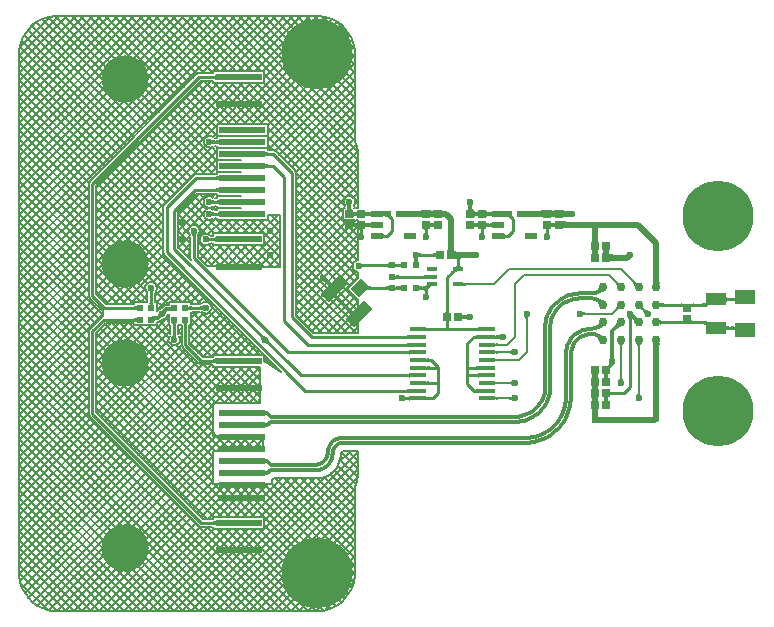
<source format=gtl>
G04*
G04 #@! TF.GenerationSoftware,Altium Limited,Altium Designer,23.9.2 (47)*
G04*
G04 Layer_Physical_Order=1*
G04 Layer_Color=255*
%FSLAX25Y25*%
%MOIN*%
G70*
G04*
G04 #@! TF.SameCoordinates,5BF2F9AB-C423-4005-A627-090FB2B952A9*
G04*
G04*
G04 #@! TF.FilePolarity,Positive*
G04*
G01*
G75*
%ADD10C,0.00984*%
%ADD13C,0.00787*%
%ADD15C,0.00591*%
%ADD16C,0.02953*%
%ADD32C,0.01181*%
%ADD33R,0.05709X0.01772*%
%ADD34R,0.15354X0.02402*%
%ADD35R,0.03347X0.01575*%
%ADD36R,0.03937X0.02362*%
%ADD37R,0.02165X0.02362*%
%ADD38R,0.02520X0.02520*%
%ADD39R,0.07087X0.05118*%
%ADD40R,0.07087X0.03937*%
G04:AMPARAMS|DCode=41|XSize=41.34mil|YSize=86.61mil|CornerRadius=0mil|HoleSize=0mil|Usage=FLASHONLY|Rotation=315.000|XOffset=0mil|YOffset=0mil|HoleType=Round|Shape=Rectangle|*
%AMROTATEDRECTD41*
4,1,4,-0.04524,-0.01601,0.01601,0.04524,0.04524,0.01601,-0.01601,-0.04524,-0.04524,-0.01601,0.0*
%
%ADD41ROTATEDRECTD41*%

G04:AMPARAMS|DCode=42|XSize=39.37mil|YSize=47.24mil|CornerRadius=0mil|HoleSize=0mil|Usage=FLASHONLY|Rotation=315.000|XOffset=0mil|YOffset=0mil|HoleType=Round|Shape=Rectangle|*
%AMROTATEDRECTD42*
4,1,4,-0.03062,-0.00278,0.00278,0.03062,0.03062,0.00278,-0.00278,-0.03062,-0.03062,-0.00278,0.0*
%
%ADD42ROTATEDRECTD42*%

%ADD43R,0.02520X0.02520*%
%ADD44R,0.02362X0.02165*%
%ADD45C,0.01968*%
%ADD46C,0.15748*%
%ADD47C,0.23622*%
%ADD48C,0.02362*%
G36*
X35142Y77835D02*
X35132Y77928D01*
X35102Y78012D01*
X35052Y78086D01*
X34983Y78150D01*
X34893Y78204D01*
X34784Y78248D01*
X34654Y78282D01*
X34505Y78307D01*
X34335Y78322D01*
X34146Y78327D01*
Y79311D01*
X34335Y79316D01*
X34505Y79331D01*
X34654Y79355D01*
X34784Y79390D01*
X34893Y79434D01*
X34983Y79488D01*
X35052Y79552D01*
X35102Y79626D01*
X35132Y79710D01*
X35142Y79803D01*
Y77835D01*
D02*
G37*
G36*
X33983Y58047D02*
X34057Y57990D01*
X34137Y57940D01*
X34222Y57896D01*
X34313Y57859D01*
X34410Y57829D01*
X34512Y57806D01*
X34620Y57789D01*
X34734Y57779D01*
X34853Y57776D01*
Y56791D01*
X34734Y56788D01*
X34620Y56778D01*
X34512Y56761D01*
X34410Y56738D01*
X34313Y56708D01*
X34222Y56671D01*
X34137Y56627D01*
X34057Y56577D01*
X33983Y56520D01*
X33914Y56457D01*
Y58110D01*
X33983Y58047D01*
D02*
G37*
G36*
X36402Y56299D02*
X36392Y56393D01*
X36362Y56476D01*
X36312Y56550D01*
X36243Y56614D01*
X36153Y56668D01*
X36043Y56713D01*
X35914Y56747D01*
X35764Y56772D01*
X35595Y56786D01*
X35406Y56791D01*
Y57776D01*
X35595Y57780D01*
X35764Y57795D01*
X35914Y57820D01*
X36043Y57854D01*
X36153Y57899D01*
X36243Y57953D01*
X36312Y58017D01*
X36362Y58091D01*
X36392Y58174D01*
X36402Y58268D01*
Y56299D01*
D02*
G37*
G36*
X51718Y54159D02*
X51748Y54075D01*
X51798Y54001D01*
X51868Y53937D01*
X51957Y53883D01*
X52067Y53839D01*
X52196Y53804D01*
X52346Y53780D01*
X52515Y53765D01*
X52705Y53760D01*
Y52776D01*
X52515Y52771D01*
X52346Y52756D01*
X52196Y52731D01*
X52067Y52697D01*
X51957Y52653D01*
X51868Y52598D01*
X51798Y52534D01*
X51748Y52461D01*
X51718Y52377D01*
X51708Y52284D01*
Y54252D01*
X51718Y54159D01*
D02*
G37*
G36*
Y50143D02*
X51748Y50059D01*
X51798Y49985D01*
X51868Y49921D01*
X51957Y49867D01*
X52067Y49823D01*
X52196Y49788D01*
X52346Y49764D01*
X52515Y49749D01*
X52705Y49744D01*
Y48760D01*
X52515Y48755D01*
X52346Y48740D01*
X52196Y48715D01*
X52067Y48681D01*
X51957Y48637D01*
X51868Y48583D01*
X51798Y48519D01*
X51748Y48445D01*
X51718Y48361D01*
X51708Y48268D01*
Y50236D01*
X51718Y50143D01*
D02*
G37*
G36*
X36402Y44252D02*
X36392Y44346D01*
X36362Y44429D01*
X36312Y44503D01*
X36243Y44567D01*
X36153Y44621D01*
X36043Y44665D01*
X35914Y44700D01*
X35764Y44724D01*
X35595Y44739D01*
X35406Y44744D01*
Y45728D01*
X35595Y45733D01*
X35764Y45748D01*
X35914Y45773D01*
X36043Y45807D01*
X36153Y45851D01*
X36243Y45906D01*
X36312Y45970D01*
X36362Y46043D01*
X36392Y46127D01*
X36402Y46220D01*
Y44252D01*
D02*
G37*
G36*
Y40236D02*
X36392Y40330D01*
X36362Y40413D01*
X36312Y40487D01*
X36243Y40551D01*
X36153Y40605D01*
X36043Y40650D01*
X35914Y40684D01*
X35764Y40709D01*
X35595Y40723D01*
X35406Y40728D01*
Y41713D01*
X35595Y41717D01*
X35764Y41732D01*
X35914Y41757D01*
X36043Y41791D01*
X36153Y41836D01*
X36243Y41890D01*
X36312Y41954D01*
X36362Y42028D01*
X36392Y42111D01*
X36402Y42205D01*
Y40236D01*
D02*
G37*
G36*
X33983Y37968D02*
X34057Y37911D01*
X34137Y37861D01*
X34222Y37817D01*
X34313Y37780D01*
X34410Y37750D01*
X34512Y37727D01*
X34620Y37710D01*
X34734Y37700D01*
X34853Y37697D01*
Y36713D01*
X34734Y36709D01*
X34620Y36699D01*
X34512Y36683D01*
X34410Y36659D01*
X34313Y36629D01*
X34222Y36592D01*
X34137Y36549D01*
X34057Y36498D01*
X33983Y36441D01*
X33914Y36378D01*
Y38032D01*
X33983Y37968D01*
D02*
G37*
G36*
X36402Y36220D02*
X36392Y36314D01*
X36362Y36398D01*
X36312Y36471D01*
X36243Y36535D01*
X36153Y36590D01*
X36043Y36634D01*
X35914Y36668D01*
X35764Y36693D01*
X35595Y36708D01*
X35406Y36713D01*
Y37697D01*
X35595Y37702D01*
X35764Y37716D01*
X35914Y37741D01*
X36043Y37776D01*
X36153Y37820D01*
X36243Y37874D01*
X36312Y37938D01*
X36362Y38012D01*
X36392Y38096D01*
X36402Y38189D01*
Y36220D01*
D02*
G37*
G36*
X120918Y36374D02*
X120873Y36324D01*
X120832Y36265D01*
X120796Y36198D01*
X120765Y36122D01*
X120739Y36037D01*
X120717Y35944D01*
X120701Y35843D01*
X120689Y35733D01*
X120683Y35587D01*
X120685Y35509D01*
X120703Y35307D01*
X120732Y35128D01*
X120774Y34972D01*
X120827Y34841D01*
X120892Y34734D01*
X120968Y34650D01*
X121057Y34591D01*
X121158Y34555D01*
X121270Y34543D01*
X118907D01*
X119020Y34555D01*
X119120Y34591D01*
X119209Y34650D01*
X119285Y34734D01*
X119350Y34841D01*
X119404Y34972D01*
X119445Y35128D01*
X119474Y35307D01*
X119492Y35509D01*
X119495Y35631D01*
X119477Y35854D01*
X119461Y35956D01*
X119440Y36049D01*
X119414Y36134D01*
X119384Y36210D01*
X119349Y36278D01*
X119309Y36337D01*
X119265Y36388D01*
X120918Y36374D01*
D02*
G37*
G36*
X80506Y36311D02*
X80466Y36252D01*
X80431Y36184D01*
X80400Y36108D01*
X80374Y36024D01*
X80353Y35930D01*
X80336Y35829D01*
X80324Y35719D01*
X80319Y35579D01*
X80321Y35509D01*
X80339Y35307D01*
X80368Y35128D01*
X80409Y34972D01*
X80463Y34841D01*
X80528Y34734D01*
X80604Y34650D01*
X80693Y34591D01*
X80793Y34555D01*
X80905Y34543D01*
X78543D01*
X78655Y34555D01*
X78756Y34591D01*
X78844Y34650D01*
X78921Y34734D01*
X78986Y34841D01*
X79039Y34972D01*
X79081Y35128D01*
X79110Y35307D01*
X79128Y35509D01*
X79131Y35611D01*
X79113Y35829D01*
X79096Y35930D01*
X79075Y36024D01*
X79049Y36108D01*
X79018Y36184D01*
X78983Y36252D01*
X78943Y36311D01*
X78898Y36361D01*
X80551D01*
X80506Y36311D01*
D02*
G37*
G36*
X148359Y34301D02*
X148512Y34294D01*
X148886Y34291D01*
Y32323D01*
X148512Y32320D01*
X148359Y32309D01*
Y32059D01*
X148339Y32109D01*
X148280Y32154D01*
X148181Y32194D01*
X148044Y32228D01*
X147866Y32257D01*
X147774Y32267D01*
X147232Y32228D01*
X147094Y32194D01*
X146996Y32154D01*
X146937Y32109D01*
X146917Y32059D01*
Y32313D01*
X146764Y32320D01*
X146390Y32323D01*
Y34291D01*
X146764Y34294D01*
X146917Y34305D01*
Y34555D01*
X146937Y34505D01*
X146996Y34460D01*
X147094Y34420D01*
X147232Y34386D01*
X147409Y34357D01*
X147501Y34347D01*
X148044Y34386D01*
X148181Y34420D01*
X148280Y34460D01*
X148339Y34505D01*
X148359Y34555D01*
Y34301D01*
D02*
G37*
G36*
X108004Y34280D02*
X108531Y34272D01*
Y32303D01*
X108157Y32301D01*
X108004Y32291D01*
Y32059D01*
X107984Y32106D01*
X107925Y32147D01*
X107827Y32184D01*
X107689Y32215D01*
X107512Y32242D01*
X107408Y32251D01*
X106878Y32215D01*
X106740Y32184D01*
X106641Y32147D01*
X106582Y32106D01*
X106563Y32059D01*
Y32292D01*
X106036Y32303D01*
Y34272D01*
X106410Y34275D01*
X106563Y34284D01*
Y34555D01*
X106582Y34501D01*
X106641Y34453D01*
X106740Y34411D01*
X106878Y34374D01*
X107055Y34343D01*
X107212Y34324D01*
X107512Y34343D01*
X107689Y34374D01*
X107827Y34411D01*
X107925Y34453D01*
X107984Y34501D01*
X108004Y34555D01*
Y34280D01*
D02*
G37*
G36*
X144422Y32059D02*
X144402Y32109D01*
X144343Y32154D01*
X144244Y32194D01*
X144106Y32228D01*
X143929Y32257D01*
X143713Y32281D01*
X143401Y32295D01*
X142508Y32235D01*
X142370Y32203D01*
X142271Y32167D01*
X142212Y32125D01*
X142193Y32079D01*
Y34417D01*
X142212Y34393D01*
X142271Y34372D01*
X142370Y34353D01*
X142508Y34337D01*
X142901Y34312D01*
X143039Y34309D01*
X144106Y34386D01*
X144244Y34420D01*
X144343Y34460D01*
X144402Y34505D01*
X144422Y34555D01*
Y32059D01*
D02*
G37*
G36*
X104067D02*
X104047Y32106D01*
X103988Y32147D01*
X103890Y32184D01*
X103752Y32215D01*
X103575Y32242D01*
X103111Y32280D01*
X102134Y32215D01*
X101996Y32184D01*
X101898Y32147D01*
X101838Y32106D01*
X101819Y32059D01*
Y34398D01*
X101838Y34374D01*
X101898Y34352D01*
X101996Y34333D01*
X102134Y34317D01*
X102527Y34292D01*
X102707Y34289D01*
X103575Y34343D01*
X103752Y34374D01*
X103890Y34411D01*
X103988Y34453D01*
X104047Y34501D01*
X104067Y34555D01*
Y32059D01*
D02*
G37*
G36*
X131904Y33936D02*
X131945Y33926D01*
X132122Y33900D01*
X132323Y33883D01*
X132547Y33878D01*
Y32697D01*
X132323Y32691D01*
X132122Y32673D01*
X131945Y32644D01*
X131911Y32635D01*
X131914Y32106D01*
X131901Y32219D01*
X131865Y32319D01*
X131805Y32408D01*
X131721Y32484D01*
X131638Y32535D01*
X131555Y32484D01*
X131472Y32408D01*
X131413Y32319D01*
X131378Y32219D01*
X131366Y32106D01*
Y32634D01*
X131328Y32644D01*
X131149Y32673D01*
X130947Y32691D01*
X130721Y32697D01*
Y33878D01*
X130945Y33884D01*
X131146Y33900D01*
X131323Y33928D01*
X131366Y33939D01*
Y34417D01*
X131378Y34315D01*
X131413Y34223D01*
X131472Y34142D01*
X131555Y34072D01*
X131629Y34031D01*
X131713Y34079D01*
X131796Y34152D01*
X131854Y34236D01*
X131890Y34331D01*
X131902Y34437D01*
X131904Y33936D01*
D02*
G37*
G36*
X91547Y33913D02*
X91571Y33907D01*
X91748Y33880D01*
X91949Y33864D01*
X92173Y33858D01*
Y32677D01*
X91949Y32671D01*
X91748Y32654D01*
X91571Y32624D01*
X91547Y32618D01*
Y32099D01*
X91536Y32208D01*
X91500Y32307D01*
X91441Y32394D01*
X91359Y32469D01*
X91272Y32520D01*
X91181Y32465D01*
X91098Y32388D01*
X91039Y32299D01*
X91004Y32199D01*
X90992Y32087D01*
Y32619D01*
X90969Y32625D01*
X90791Y32654D01*
X90591Y32671D01*
X90366Y32677D01*
Y33858D01*
X90591Y33864D01*
X90791Y33881D01*
X90969Y33910D01*
X90992Y33917D01*
Y34398D01*
X91004Y34295D01*
X91039Y34203D01*
X91098Y34122D01*
X91181Y34052D01*
X91261Y34008D01*
X91359Y34067D01*
X91441Y34142D01*
X91500Y34229D01*
X91536Y34327D01*
X91547Y34437D01*
Y33913D01*
D02*
G37*
G36*
X122780Y32067D02*
X122768Y32179D01*
X122732Y32280D01*
X122672Y32368D01*
X122589Y32445D01*
X122482Y32510D01*
X122350Y32563D01*
X122195Y32604D01*
X122047Y32629D01*
X121899Y32604D01*
X121744Y32563D01*
X121613Y32510D01*
X121505Y32445D01*
X121422Y32368D01*
X121362Y32280D01*
X121326Y32179D01*
X121315Y32067D01*
Y34429D01*
X121326Y34317D01*
X121362Y34216D01*
X121422Y34128D01*
X121505Y34051D01*
X121613Y33986D01*
X121744Y33933D01*
X121899Y33892D01*
X122047Y33867D01*
X122195Y33892D01*
X122350Y33933D01*
X122482Y33986D01*
X122589Y34051D01*
X122672Y34128D01*
X122732Y34216D01*
X122768Y34317D01*
X122780Y34429D01*
Y32067D01*
D02*
G37*
G36*
X82414Y32059D02*
X82402Y32169D01*
X82366Y32267D01*
X82307Y32354D01*
X82225Y32430D01*
X82118Y32493D01*
X81988Y32545D01*
X81835Y32586D01*
X81693Y32609D01*
X81551Y32586D01*
X81397Y32545D01*
X81267Y32493D01*
X81161Y32430D01*
X81078Y32354D01*
X81020Y32267D01*
X80984Y32169D01*
X80972Y32059D01*
X80960Y34409D01*
X80973Y34297D01*
X81009Y34197D01*
X81069Y34108D01*
X81153Y34032D01*
X81260Y33967D01*
X81391Y33913D01*
X81546Y33872D01*
X81693Y33848D01*
X81840Y33872D01*
X81995Y33913D01*
X82126Y33967D01*
X82233Y34032D01*
X82317Y34108D01*
X82377Y34197D01*
X82413Y34297D01*
X82426Y34409D01*
X82414Y32059D01*
D02*
G37*
G36*
X33983Y33952D02*
X34057Y33895D01*
X34137Y33845D01*
X34222Y33802D01*
X34313Y33765D01*
X34410Y33735D01*
X34512Y33711D01*
X34620Y33694D01*
X34734Y33684D01*
X34853Y33681D01*
Y32697D01*
X34734Y32693D01*
X34620Y32684D01*
X34512Y32667D01*
X34410Y32643D01*
X34313Y32613D01*
X34222Y32576D01*
X34137Y32533D01*
X34057Y32483D01*
X33983Y32426D01*
X33914Y32362D01*
Y34016D01*
X33983Y33952D01*
D02*
G37*
G36*
X36402Y32205D02*
X36392Y32298D01*
X36362Y32382D01*
X36312Y32456D01*
X36243Y32520D01*
X36153Y32574D01*
X36043Y32618D01*
X35914Y32653D01*
X35764Y32677D01*
X35595Y32692D01*
X35406Y32697D01*
Y33681D01*
X35595Y33686D01*
X35764Y33701D01*
X35914Y33725D01*
X36043Y33760D01*
X36153Y33804D01*
X36243Y33858D01*
X36312Y33922D01*
X36362Y33996D01*
X36392Y34080D01*
X36402Y34173D01*
Y32205D01*
D02*
G37*
G36*
X97441Y34327D02*
X97476Y34229D01*
X97535Y34142D01*
X97618Y34067D01*
X97678Y34031D01*
X97717Y34052D01*
X97799Y34122D01*
X97859Y34203D01*
X97894Y34295D01*
X97906Y34398D01*
X97908Y33937D01*
X98008Y33910D01*
X98185Y33881D01*
X98386Y33864D01*
X98610Y33858D01*
Y32677D01*
X98386Y32671D01*
X98185Y32654D01*
X98008Y32625D01*
X97915Y32601D01*
X97918Y32087D01*
X97905Y32199D01*
X97869Y32299D01*
X97809Y32388D01*
X97725Y32465D01*
X97668Y32499D01*
X97618Y32469D01*
X97535Y32394D01*
X97476Y32307D01*
X97441Y32208D01*
X97429Y32099D01*
Y32598D01*
X97332Y32624D01*
X97153Y32654D01*
X96951Y32671D01*
X96725Y32677D01*
Y33858D01*
X96949Y33864D01*
X97150Y33880D01*
X97327Y33907D01*
X97429Y33932D01*
Y34437D01*
X97441Y34327D01*
D02*
G37*
G36*
X137803Y34402D02*
X137862Y34370D01*
X137960Y34343D01*
X138051Y34327D01*
X138139Y34333D01*
X138217Y34358D01*
X138264Y34386D01*
X138280Y34417D01*
Y34298D01*
X139043Y34259D01*
X139752Y34252D01*
Y32283D01*
X139378Y32282D01*
X138280Y32213D01*
Y32079D01*
X138264Y32118D01*
X138217Y32153D01*
X138139Y32183D01*
X138070Y32200D01*
X137960Y32193D01*
X137862Y32165D01*
X137803Y32134D01*
X137783Y32099D01*
Y32241D01*
X137512Y32265D01*
X137010Y32281D01*
X136713Y32283D01*
Y34252D01*
X137010Y34254D01*
X137783Y34308D01*
Y34437D01*
X137803Y34402D01*
D02*
G37*
G36*
X125264Y34317D02*
X125299Y34216D01*
X125359Y34128D01*
X125443Y34051D01*
X125550Y33986D01*
X125681Y33933D01*
X125836Y33892D01*
X126015Y33862D01*
X126218Y33845D01*
X126359Y33841D01*
X126496Y33844D01*
X126697Y33862D01*
X126874Y33891D01*
X127028Y33931D01*
X127158Y33983D01*
X127264Y34047D01*
X127347Y34122D01*
X127406Y34209D01*
X127441Y34307D01*
X127453Y34417D01*
Y32079D01*
X127441Y32189D01*
X127406Y32287D01*
X127347Y32374D01*
X127264Y32449D01*
X127158Y32513D01*
X127028Y32565D01*
X126874Y32605D01*
X126697Y32634D01*
X126496Y32652D01*
X126359Y32655D01*
X126218Y32652D01*
X126015Y32634D01*
X125836Y32604D01*
X125681Y32563D01*
X125550Y32510D01*
X125443Y32445D01*
X125359Y32368D01*
X125299Y32280D01*
X125264Y32179D01*
X125252Y32067D01*
Y34429D01*
X125264Y34317D01*
D02*
G37*
G36*
X84910Y34297D02*
X84946Y34197D01*
X85006Y34108D01*
X85090Y34032D01*
X85197Y33967D01*
X85328Y33913D01*
X85483Y33872D01*
X85662Y33843D01*
X85864Y33825D01*
X85995Y33821D01*
X86122Y33825D01*
X86323Y33842D01*
X86500Y33871D01*
X86654Y33911D01*
X86784Y33964D01*
X86890Y34027D01*
X86973Y34102D01*
X87032Y34189D01*
X87067Y34288D01*
X87079Y34398D01*
Y32059D01*
X87067Y32169D01*
X87032Y32267D01*
X86973Y32354D01*
X86890Y32430D01*
X86784Y32493D01*
X86654Y32545D01*
X86500Y32586D01*
X86323Y32615D01*
X86122Y32632D01*
X85994Y32635D01*
X85866Y32632D01*
X85665Y32615D01*
X85488Y32586D01*
X85334Y32545D01*
X85204Y32493D01*
X85098Y32430D01*
X85016Y32354D01*
X84957Y32267D01*
X84921Y32169D01*
X84909Y32059D01*
X84897Y34409D01*
X84910Y34297D01*
D02*
G37*
G36*
X150874Y34505D02*
X150933Y34460D01*
X151031Y34420D01*
X151169Y34386D01*
X151346Y34357D01*
X151563Y34334D01*
X152449Y34294D01*
X152823Y34291D01*
Y32323D01*
X152449Y32320D01*
X151169Y32228D01*
X151031Y32194D01*
X150933Y32154D01*
X150874Y32109D01*
X150854Y32059D01*
Y34555D01*
X150874Y34505D01*
D02*
G37*
G36*
X110513D02*
X110555Y34460D01*
X110623Y34420D01*
X110719Y34386D01*
X110842Y34357D01*
X110993Y34334D01*
X111171Y34315D01*
X111610Y34294D01*
X111870Y34291D01*
Y32323D01*
X111610Y32320D01*
X110993Y32281D01*
X110842Y32257D01*
X110719Y32228D01*
X110623Y32194D01*
X110555Y32154D01*
X110513Y32109D01*
X110500Y32059D01*
Y34555D01*
X110513Y34505D01*
D02*
G37*
G36*
X133988Y32965D02*
X133969Y32906D01*
X133976Y32831D01*
X134007Y32740D01*
X134063Y32633D01*
X134144Y32511D01*
X134250Y32373D01*
X134537Y32049D01*
X134718Y31864D01*
X133787Y31403D01*
X133616Y31569D01*
X133175Y31941D01*
X133053Y32023D01*
X132942Y32083D01*
X132844Y32122D01*
X132758Y32139D01*
X132684Y32136D01*
X132622Y32111D01*
X134031Y33008D01*
X133988Y32965D01*
D02*
G37*
G36*
X93628Y32963D02*
X93604Y32902D01*
X93607Y32825D01*
X93635Y32732D01*
X93689Y32624D01*
X93768Y32500D01*
X93874Y32359D01*
X94005Y32203D01*
X94344Y31844D01*
X93393Y31403D01*
X93220Y31571D01*
X92909Y31842D01*
X92771Y31945D01*
X92645Y32027D01*
X92530Y32087D01*
X92427Y32125D01*
X92336Y32142D01*
X92256Y32137D01*
X92189Y32111D01*
X93677Y33008D01*
X93628Y32963D01*
D02*
G37*
G36*
X148371Y28721D02*
X148361Y28814D01*
X148331Y28898D01*
X148281Y28971D01*
X148211Y29035D01*
X148121Y29090D01*
X148012Y29134D01*
X147882Y29168D01*
X147733Y29193D01*
X147638Y29201D01*
X147543Y29193D01*
X147393Y29168D01*
X147264Y29134D01*
X147154Y29090D01*
X147064Y29035D01*
X146995Y28971D01*
X146945Y28898D01*
X146915Y28814D01*
X146905Y28721D01*
Y30689D01*
X146915Y30595D01*
X146945Y30512D01*
X146995Y30438D01*
X147064Y30374D01*
X147154Y30320D01*
X147264Y30276D01*
X147393Y30241D01*
X147543Y30217D01*
X147638Y30208D01*
X147733Y30217D01*
X147882Y30241D01*
X148012Y30276D01*
X148121Y30320D01*
X148211Y30374D01*
X148281Y30438D01*
X148331Y30512D01*
X148361Y30595D01*
X148371Y30689D01*
Y28721D01*
D02*
G37*
G36*
X108016Y28701D02*
X108006Y28794D01*
X107976Y28878D01*
X107926Y28952D01*
X107857Y29016D01*
X107767Y29070D01*
X107658Y29114D01*
X107528Y29149D01*
X107378Y29173D01*
X107283Y29182D01*
X107188Y29173D01*
X107039Y29149D01*
X106909Y29114D01*
X106800Y29070D01*
X106710Y29016D01*
X106641Y28952D01*
X106591Y28878D01*
X106561Y28794D01*
X106551Y28701D01*
Y30669D01*
X106561Y30576D01*
X106591Y30492D01*
X106641Y30418D01*
X106710Y30354D01*
X106800Y30300D01*
X106909Y30256D01*
X107039Y30222D01*
X107188Y30197D01*
X107283Y30189D01*
X107378Y30197D01*
X107528Y30222D01*
X107658Y30256D01*
X107767Y30300D01*
X107857Y30354D01*
X107926Y30418D01*
X107976Y30492D01*
X108006Y30576D01*
X108016Y30669D01*
Y28701D01*
D02*
G37*
G36*
X122780Y28642D02*
X122770Y28735D01*
X122740Y28819D01*
X122690Y28893D01*
X122620Y28957D01*
X122531Y29011D01*
X122421Y29055D01*
X122292Y29090D01*
X122142Y29114D01*
X122047Y29122D01*
X121952Y29114D01*
X121803Y29090D01*
X121673Y29055D01*
X121564Y29011D01*
X121474Y28957D01*
X121404Y28893D01*
X121354Y28819D01*
X121325Y28735D01*
X121315Y28642D01*
Y30610D01*
X121325Y30517D01*
X121354Y30433D01*
X121404Y30359D01*
X121474Y30295D01*
X121564Y30241D01*
X121673Y30197D01*
X121803Y30162D01*
X121952Y30138D01*
X122047Y30130D01*
X122142Y30138D01*
X122292Y30162D01*
X122421Y30197D01*
X122531Y30241D01*
X122620Y30295D01*
X122690Y30359D01*
X122740Y30433D01*
X122770Y30517D01*
X122780Y30610D01*
Y28642D01*
D02*
G37*
G36*
X82426Y28622D02*
X82416Y28716D01*
X82386Y28799D01*
X82336Y28873D01*
X82266Y28937D01*
X82177Y28991D01*
X82067Y29035D01*
X81937Y29070D01*
X81788Y29094D01*
X81693Y29103D01*
X81598Y29094D01*
X81448Y29070D01*
X81319Y29035D01*
X81209Y28991D01*
X81120Y28937D01*
X81050Y28873D01*
X81000Y28799D01*
X80970Y28716D01*
X80960Y28622D01*
Y30591D01*
X80970Y30497D01*
X81000Y30413D01*
X81050Y30340D01*
X81120Y30276D01*
X81209Y30222D01*
X81319Y30177D01*
X81448Y30143D01*
X81598Y30118D01*
X81693Y30110D01*
X81788Y30118D01*
X81937Y30143D01*
X82067Y30177D01*
X82177Y30222D01*
X82266Y30276D01*
X82336Y30340D01*
X82386Y30413D01*
X82416Y30497D01*
X82426Y30591D01*
Y28622D01*
D02*
G37*
G36*
X127465Y28642D02*
X127455Y28735D01*
X127425Y28819D01*
X127375Y28893D01*
X127305Y28957D01*
X127216Y29011D01*
X127106Y29055D01*
X126977Y29090D01*
X126827Y29114D01*
X126658Y29129D01*
X126469Y29134D01*
Y30118D01*
X126658Y30123D01*
X126827Y30138D01*
X126977Y30162D01*
X127106Y30197D01*
X127216Y30241D01*
X127305Y30295D01*
X127375Y30359D01*
X127425Y30433D01*
X127455Y30517D01*
X127465Y30610D01*
Y28642D01*
D02*
G37*
G36*
X125262Y30517D02*
X125291Y30433D01*
X125341Y30359D01*
X125411Y30295D01*
X125501Y30241D01*
X125610Y30197D01*
X125740Y30162D01*
X125889Y30138D01*
X126058Y30123D01*
X126248Y30118D01*
Y29134D01*
X126058Y29129D01*
X125889Y29114D01*
X125740Y29090D01*
X125610Y29055D01*
X125501Y29011D01*
X125411Y28957D01*
X125341Y28893D01*
X125291Y28819D01*
X125262Y28735D01*
X125252Y28642D01*
Y30610D01*
X125262Y30517D01*
D02*
G37*
G36*
X87091Y28622D02*
X87081Y28716D01*
X87051Y28799D01*
X87001Y28873D01*
X86932Y28937D01*
X86842Y28991D01*
X86732Y29035D01*
X86603Y29070D01*
X86453Y29094D01*
X86284Y29109D01*
X86095Y29114D01*
Y30098D01*
X86284Y30103D01*
X86453Y30118D01*
X86603Y30143D01*
X86732Y30177D01*
X86842Y30222D01*
X86932Y30276D01*
X87001Y30340D01*
X87051Y30413D01*
X87081Y30497D01*
X87091Y30591D01*
Y28622D01*
D02*
G37*
G36*
X84907Y30497D02*
X84937Y30413D01*
X84987Y30340D01*
X85057Y30276D01*
X85146Y30222D01*
X85256Y30177D01*
X85385Y30143D01*
X85535Y30118D01*
X85704Y30103D01*
X85893Y30098D01*
Y29114D01*
X85704Y29109D01*
X85535Y29094D01*
X85385Y29070D01*
X85256Y29035D01*
X85146Y28991D01*
X85057Y28937D01*
X84987Y28873D01*
X84937Y28799D01*
X84907Y28716D01*
X84897Y28622D01*
Y30591D01*
X84907Y30497D01*
D02*
G37*
G36*
X150874Y30883D02*
X150933Y30838D01*
X151031Y30799D01*
X151169Y30764D01*
X151346Y30735D01*
X151563Y30711D01*
X152449Y30672D01*
X152823Y30669D01*
Y28701D01*
X152449Y28698D01*
X151169Y28606D01*
X151031Y28572D01*
X150933Y28532D01*
X150874Y28487D01*
X150854Y28437D01*
Y30933D01*
X150874Y30883D01*
D02*
G37*
G36*
X146580Y28427D02*
X146496Y28398D01*
X146422Y28349D01*
X146358Y28280D01*
X146304Y28191D01*
X146260Y28083D01*
X146225Y27955D01*
X146201Y27807D01*
X146186Y27640D01*
X146181Y27453D01*
X145197D01*
X145192Y27640D01*
X145177Y27807D01*
X145152Y27955D01*
X145118Y28083D01*
X145074Y28191D01*
X145020Y28280D01*
X144956Y28349D01*
X144882Y28398D01*
X144798Y28427D01*
X144705Y28437D01*
X146673D01*
X146580Y28427D01*
D02*
G37*
G36*
X124926D02*
X124843Y28398D01*
X124769Y28349D01*
X124705Y28280D01*
X124651Y28191D01*
X124606Y28083D01*
X124572Y27955D01*
X124547Y27807D01*
X124532Y27640D01*
X124528Y27453D01*
X123543D01*
X123538Y27640D01*
X123524Y27807D01*
X123499Y27955D01*
X123465Y28083D01*
X123420Y28191D01*
X123366Y28280D01*
X123302Y28349D01*
X123228Y28398D01*
X123145Y28427D01*
X123051Y28437D01*
X125020D01*
X124926Y28427D01*
D02*
G37*
G36*
X106206D02*
X106122Y28398D01*
X106048Y28349D01*
X105984Y28280D01*
X105930Y28191D01*
X105886Y28083D01*
X105851Y27955D01*
X105827Y27807D01*
X105812Y27640D01*
X105807Y27453D01*
X104823D01*
X104818Y27640D01*
X104803Y27807D01*
X104779Y27955D01*
X104744Y28083D01*
X104700Y28191D01*
X104646Y28280D01*
X104582Y28349D01*
X104508Y28398D01*
X104424Y28427D01*
X104331Y28437D01*
X106299D01*
X106206Y28427D01*
D02*
G37*
G36*
X84552D02*
X84469Y28398D01*
X84395Y28349D01*
X84331Y28280D01*
X84277Y28191D01*
X84232Y28083D01*
X84198Y27955D01*
X84173Y27807D01*
X84158Y27640D01*
X84153Y27453D01*
X83169D01*
X83164Y27640D01*
X83150Y27807D01*
X83125Y27955D01*
X83091Y28083D01*
X83046Y28191D01*
X82992Y28280D01*
X82928Y28349D01*
X82854Y28398D01*
X82771Y28427D01*
X82677Y28437D01*
X84646D01*
X84552Y28427D01*
D02*
G37*
G36*
X146184Y27273D02*
X146195Y27160D01*
X146211Y27051D01*
X146235Y26949D01*
X146265Y26852D01*
X146302Y26761D01*
X146345Y26676D01*
X146395Y26596D01*
X146452Y26522D01*
X146516Y26454D01*
X144862D01*
X144926Y26522D01*
X144983Y26596D01*
X145033Y26676D01*
X145076Y26761D01*
X145113Y26852D01*
X145143Y26949D01*
X145167Y27051D01*
X145184Y27160D01*
X145194Y27273D01*
X145197Y27393D01*
X146181D01*
X146184Y27273D01*
D02*
G37*
G36*
X124531D02*
X124541Y27160D01*
X124558Y27051D01*
X124581Y26949D01*
X124611Y26852D01*
X124648Y26761D01*
X124691Y26676D01*
X124742Y26596D01*
X124799Y26522D01*
X124862Y26454D01*
X123209D01*
X123272Y26522D01*
X123329Y26596D01*
X123379Y26676D01*
X123423Y26761D01*
X123460Y26852D01*
X123490Y26949D01*
X123513Y27051D01*
X123530Y27160D01*
X123540Y27273D01*
X123543Y27393D01*
X124528D01*
X124531Y27273D01*
D02*
G37*
G36*
X105810Y27254D02*
X105821Y27140D01*
X105837Y27032D01*
X105861Y26930D01*
X105891Y26833D01*
X105928Y26742D01*
X105971Y26656D01*
X106021Y26577D01*
X106078Y26502D01*
X106142Y26434D01*
X104488D01*
X104552Y26502D01*
X104609Y26577D01*
X104659Y26656D01*
X104702Y26742D01*
X104739Y26833D01*
X104769Y26930D01*
X104793Y27032D01*
X104809Y27140D01*
X104820Y27254D01*
X104823Y27373D01*
X105807D01*
X105810Y27254D01*
D02*
G37*
G36*
X84157D02*
X84167Y27140D01*
X84184Y27032D01*
X84207Y26930D01*
X84237Y26833D01*
X84274Y26742D01*
X84317Y26656D01*
X84368Y26577D01*
X84425Y26502D01*
X84488Y26434D01*
X82835D01*
X82898Y26502D01*
X82955Y26577D01*
X83005Y26656D01*
X83049Y26742D01*
X83086Y26833D01*
X83116Y26930D01*
X83139Y27032D01*
X83156Y27140D01*
X83166Y27254D01*
X83169Y27373D01*
X84153D01*
X84157Y27254D01*
D02*
G37*
G36*
X28716Y26647D02*
X28659Y26573D01*
X28609Y26493D01*
X28565Y26408D01*
X28529Y26317D01*
X28498Y26220D01*
X28475Y26118D01*
X28458Y26010D01*
X28448Y25896D01*
X28445Y25777D01*
X27461D01*
X27457Y25896D01*
X27447Y26010D01*
X27430Y26118D01*
X27407Y26220D01*
X27377Y26317D01*
X27340Y26408D01*
X27297Y26493D01*
X27246Y26573D01*
X27190Y26647D01*
X27126Y26716D01*
X28780D01*
X28716Y26647D01*
D02*
G37*
G36*
X131376Y26698D02*
X131405Y26614D01*
X131455Y26540D01*
X131523Y26476D01*
X131612Y26422D01*
X131720Y26378D01*
X131848Y26344D01*
X131996Y26319D01*
X132163Y26304D01*
X132350Y26299D01*
Y25315D01*
X132163Y25310D01*
X131996Y25295D01*
X131848Y25271D01*
X131720Y25236D01*
X131612Y25192D01*
X131523Y25138D01*
X131455Y25074D01*
X131405Y25000D01*
X131376Y24916D01*
X131366Y24823D01*
Y26791D01*
X131376Y26698D01*
D02*
G37*
G36*
X91002Y26678D02*
X91031Y26594D01*
X91080Y26521D01*
X91149Y26457D01*
X91238Y26403D01*
X91346Y26358D01*
X91474Y26324D01*
X91622Y26299D01*
X91789Y26285D01*
X91976Y26280D01*
Y25295D01*
X91789Y25290D01*
X91622Y25276D01*
X91474Y25251D01*
X91346Y25217D01*
X91238Y25172D01*
X91149Y25118D01*
X91080Y25054D01*
X91031Y24980D01*
X91002Y24897D01*
X90992Y24803D01*
Y26772D01*
X91002Y26678D01*
D02*
G37*
G36*
X32723Y25488D02*
X32797Y25431D01*
X32877Y25381D01*
X32962Y25337D01*
X33053Y25300D01*
X33150Y25270D01*
X33252Y25247D01*
X33360Y25230D01*
X33474Y25220D01*
X33593Y25216D01*
Y24232D01*
X33474Y24229D01*
X33360Y24219D01*
X33252Y24202D01*
X33150Y24179D01*
X33053Y24149D01*
X32962Y24112D01*
X32877Y24068D01*
X32797Y24018D01*
X32723Y23961D01*
X32655Y23898D01*
Y25551D01*
X32723Y25488D01*
D02*
G37*
G36*
X162562Y25480D02*
X162654Y24201D01*
X162688Y24063D01*
X162728Y23964D01*
X162773Y23905D01*
X162823Y23886D01*
X160327D01*
X160377Y23905D01*
X160422Y23964D01*
X160461Y24063D01*
X160496Y24201D01*
X160525Y24378D01*
X160548Y24594D01*
X160588Y25480D01*
X160591Y25854D01*
X162559D01*
X162562Y25480D01*
D02*
G37*
G36*
X35142Y23740D02*
X35132Y23834D01*
X35102Y23917D01*
X35052Y23991D01*
X34983Y24055D01*
X34893Y24109D01*
X34784Y24153D01*
X34654Y24188D01*
X34505Y24213D01*
X34335Y24227D01*
X34146Y24232D01*
Y25216D01*
X34335Y25221D01*
X34505Y25236D01*
X34654Y25261D01*
X34784Y25295D01*
X34893Y25340D01*
X34983Y25394D01*
X35052Y25458D01*
X35102Y25532D01*
X35132Y25615D01*
X35142Y25709D01*
Y23740D01*
D02*
G37*
G36*
X114510Y22527D02*
X114602Y21248D01*
X114637Y21110D01*
X114676Y21012D01*
X114721Y20952D01*
X114771Y20933D01*
X112275D01*
X112325Y20952D01*
X112370Y21012D01*
X112410Y21110D01*
X112444Y21248D01*
X112473Y21425D01*
X112497Y21641D01*
X112536Y22527D01*
X112539Y22901D01*
X114507D01*
X114510Y22527D01*
D02*
G37*
G36*
X166184Y21543D02*
X166195Y21390D01*
X166445D01*
X166395Y21370D01*
X166350Y21311D01*
X166310Y21213D01*
X166276Y21075D01*
X166247Y20898D01*
X166237Y20806D01*
X166276Y20264D01*
X166310Y20126D01*
X166350Y20027D01*
X166395Y19968D01*
X166445Y19949D01*
X166191D01*
X166184Y19795D01*
X166181Y19421D01*
X164213D01*
X164210Y19795D01*
X164199Y19949D01*
X163949D01*
X163999Y19968D01*
X164044Y20027D01*
X164083Y20126D01*
X164118Y20264D01*
X164147Y20441D01*
X164157Y20533D01*
X164118Y21075D01*
X164083Y21213D01*
X164044Y21311D01*
X163999Y21370D01*
X163949Y21390D01*
X164203D01*
X164210Y21543D01*
X164213Y21917D01*
X166181D01*
X166184Y21543D01*
D02*
G37*
G36*
X162562D02*
X162573Y21390D01*
X162823D01*
X162773Y21370D01*
X162728Y21311D01*
X162688Y21213D01*
X162654Y21075D01*
X162625Y20898D01*
X162615Y20806D01*
X162654Y20264D01*
X162688Y20126D01*
X162728Y20027D01*
X162773Y19968D01*
X162823Y19949D01*
X162568D01*
X162562Y19795D01*
X162559Y19421D01*
X160591D01*
X160588Y19795D01*
X160577Y19949D01*
X160327D01*
X160377Y19968D01*
X160422Y20027D01*
X160461Y20126D01*
X160496Y20264D01*
X160525Y20441D01*
X160535Y20533D01*
X160496Y21075D01*
X160461Y21213D01*
X160422Y21311D01*
X160377Y21370D01*
X160327Y21390D01*
X160581D01*
X160588Y21543D01*
X160591Y21917D01*
X162559D01*
X162562Y21543D01*
D02*
G37*
G36*
X102651Y20387D02*
X102727Y20333D01*
X102809Y20285D01*
X102896Y20243D01*
X102988Y20208D01*
X103086Y20179D01*
X103189Y20157D01*
X103297Y20141D01*
X103411Y20131D01*
X103530Y20128D01*
X103575Y19144D01*
X103456Y19140D01*
X103342Y19130D01*
X103235Y19112D01*
X103133Y19088D01*
X103037Y19057D01*
X102948Y19018D01*
X102864Y18973D01*
X102786Y18921D01*
X102715Y18862D01*
X102649Y18796D01*
X102580Y20448D01*
X102651Y20387D01*
D02*
G37*
G36*
X108653Y18652D02*
X108643Y18745D01*
X108614Y18829D01*
X108565Y18902D01*
X108496Y18967D01*
X108407Y19021D01*
X108299Y19065D01*
X108171Y19099D01*
X108023Y19124D01*
X107856Y19139D01*
X107669Y19144D01*
Y20128D01*
X107856Y20133D01*
X108023Y20148D01*
X108171Y20172D01*
X108299Y20207D01*
X108407Y20251D01*
X108496Y20305D01*
X108565Y20369D01*
X108614Y20443D01*
X108643Y20527D01*
X108653Y20620D01*
Y18652D01*
D02*
G37*
G36*
X166464Y19899D02*
X166523Y19854D01*
X166622Y19814D01*
X166760Y19780D01*
X166937Y19751D01*
X167153Y19727D01*
X168039Y19688D01*
X168413Y19685D01*
Y17717D01*
X168039Y17714D01*
X166760Y17622D01*
X166622Y17587D01*
X166523Y17548D01*
X166464Y17503D01*
X166445Y17453D01*
Y19949D01*
X166464Y19899D01*
D02*
G37*
G36*
X102535Y18675D02*
X102478Y18601D01*
X102428Y18521D01*
X102384Y18436D01*
X102348Y18344D01*
X102317Y18248D01*
X102294Y18145D01*
X102277Y18037D01*
X102272Y17974D01*
X102284Y17838D01*
X102308Y17689D01*
X102342Y17559D01*
X102387Y17449D01*
X102441Y17360D01*
X102505Y17290D01*
X102579Y17240D01*
X102662Y17210D01*
X102756Y17200D01*
X100787D01*
X100881Y17210D01*
X100965Y17240D01*
X101038Y17290D01*
X101102Y17360D01*
X101156Y17449D01*
X101201Y17559D01*
X101235Y17689D01*
X101260Y17838D01*
X101272Y17974D01*
X101266Y18037D01*
X101249Y18145D01*
X101226Y18248D01*
X101196Y18344D01*
X101159Y18436D01*
X101116Y18521D01*
X101065Y18601D01*
X101008Y18675D01*
X100945Y18743D01*
X102598D01*
X102535Y18675D01*
D02*
G37*
G36*
X114784Y20883D02*
X114822Y20838D01*
X114885Y20798D01*
X114975Y20764D01*
X115089Y20735D01*
X115229Y20711D01*
X115394Y20693D01*
X115802Y20672D01*
X116043Y20669D01*
X118504Y18701D01*
X118130Y18691D01*
X117795Y18661D01*
X117500Y18612D01*
X117244Y18543D01*
X117027Y18455D01*
X116850Y18346D01*
X116713Y18218D01*
X116614Y18071D01*
X116561Y17920D01*
X116537Y17231D01*
X116535Y16864D01*
X115551D01*
X115549Y17231D01*
X115498Y17997D01*
X115472Y18071D01*
X115374Y18218D01*
X115236Y18346D01*
X115059Y18455D01*
X114842Y18543D01*
X114841Y18544D01*
X114822Y18532D01*
X114784Y18487D01*
X114771Y18437D01*
Y18563D01*
X114587Y18612D01*
X114291Y18661D01*
X113957Y18691D01*
X113583Y18701D01*
X114771Y19651D01*
Y20933D01*
X114784Y20883D01*
D02*
G37*
G36*
X96961Y15059D02*
X96951Y15153D01*
X96921Y15236D01*
X96872Y15310D01*
X96803Y15374D01*
X96715Y15428D01*
X96606Y15472D01*
X96478Y15507D01*
X96331Y15531D01*
X96164Y15546D01*
X96062Y15549D01*
X95960Y15546D01*
X95791Y15531D01*
X95641Y15507D01*
X95512Y15472D01*
X95402Y15428D01*
X95313Y15374D01*
X95243Y15310D01*
X95193Y15236D01*
X95163Y15153D01*
X95153Y15059D01*
Y17028D01*
X95163Y16934D01*
X95193Y16850D01*
X95243Y16777D01*
X95313Y16713D01*
X95402Y16658D01*
X95512Y16614D01*
X95641Y16580D01*
X95791Y16555D01*
X95960Y16540D01*
X96062Y16538D01*
X96164Y16540D01*
X96331Y16555D01*
X96478Y16580D01*
X96606Y16614D01*
X96715Y16658D01*
X96803Y16713D01*
X96872Y16777D01*
X96921Y16850D01*
X96951Y16934D01*
X96961Y17028D01*
Y15059D01*
D02*
G37*
G36*
X116540Y16433D02*
X116555Y16263D01*
X116580Y16114D01*
X116614Y15984D01*
X116658Y15875D01*
X116713Y15785D01*
X116777Y15715D01*
X116850Y15665D01*
X116934Y15636D01*
X117028Y15626D01*
X115059D01*
X115153Y15636D01*
X115236Y15665D01*
X115310Y15715D01*
X115374Y15785D01*
X115428Y15875D01*
X115472Y15984D01*
X115507Y16114D01*
X115532Y16263D01*
X115546Y16433D01*
X115551Y16622D01*
X116535D01*
X116540Y16433D01*
D02*
G37*
G36*
X83671Y16794D02*
X83748Y16740D01*
X83829Y16692D01*
X83916Y16650D01*
X84009Y16615D01*
X84106Y16587D01*
X84209Y16564D01*
X84318Y16548D01*
X84432Y16539D01*
X84551Y16535D01*
X84598Y15551D01*
X84478Y15548D01*
X84364Y15537D01*
X84257Y15520D01*
X84155Y15495D01*
X84060Y15464D01*
X83970Y15426D01*
X83887Y15380D01*
X83809Y15328D01*
X83737Y15269D01*
X83672Y15203D01*
X83600Y16855D01*
X83671Y16794D01*
D02*
G37*
G36*
X92839Y15059D02*
X92829Y15153D01*
X92799Y15236D01*
X92749Y15310D01*
X92680Y15374D01*
X92590Y15428D01*
X92480Y15472D01*
X92351Y15507D01*
X92201Y15531D01*
X92032Y15546D01*
X91843Y15551D01*
Y16535D01*
X92032Y16540D01*
X92201Y16555D01*
X92351Y16580D01*
X92480Y16614D01*
X92590Y16658D01*
X92680Y16713D01*
X92749Y16777D01*
X92799Y16850D01*
X92829Y16934D01*
X92839Y17028D01*
Y15059D01*
D02*
G37*
G36*
X115774Y14099D02*
X115699Y14153D01*
X115609Y14180D01*
X115505Y14179D01*
X115387Y14150D01*
X115255Y14093D01*
X115109Y14008D01*
X114948Y13895D01*
X114774Y13755D01*
X114382Y13391D01*
X113686Y14087D01*
X113882Y14290D01*
X114191Y14653D01*
X114303Y14814D01*
X114388Y14960D01*
X114445Y15092D01*
X114474Y15210D01*
X114475Y15314D01*
X114449Y15403D01*
X114394Y15479D01*
X115774Y14099D01*
D02*
G37*
G36*
X105721Y11528D02*
X105711Y11582D01*
X105681Y11630D01*
X105632Y11672D01*
X105563Y11709D01*
X105475Y11740D01*
X105366Y11766D01*
X105238Y11785D01*
X105091Y11800D01*
X104736Y11811D01*
Y12795D01*
X104923Y12798D01*
X105238Y12821D01*
X105366Y12841D01*
X105475Y12866D01*
X105563Y12897D01*
X105632Y12934D01*
X105681Y12977D01*
X105711Y13025D01*
X105721Y13079D01*
Y11528D01*
D02*
G37*
G36*
X95163Y13194D02*
X95193Y13110D01*
X95243Y13036D01*
X95313Y12972D01*
X95402Y12918D01*
X95512Y12874D01*
X95641Y12840D01*
X95791Y12815D01*
X95960Y12800D01*
X96149Y12795D01*
Y11811D01*
X95960Y11806D01*
X95791Y11791D01*
X95641Y11767D01*
X95512Y11732D01*
X95402Y11688D01*
X95313Y11634D01*
X95243Y11570D01*
X95193Y11496D01*
X95163Y11412D01*
X95153Y11319D01*
Y13287D01*
X95163Y13194D01*
D02*
G37*
G36*
X72051Y11706D02*
X72063Y11613D01*
X72084Y11521D01*
X72113Y11430D01*
X72152Y11340D01*
X72199Y11250D01*
X72255Y11161D01*
X72319Y11073D01*
X72392Y10986D01*
X72474Y10899D01*
X71779Y10203D01*
X71692Y10285D01*
X71604Y10358D01*
X71516Y10423D01*
X71427Y10478D01*
X71337Y10526D01*
X71247Y10564D01*
X71156Y10593D01*
X71064Y10614D01*
X70971Y10627D01*
X70878Y10630D01*
X72047Y11799D01*
X72051Y11706D01*
D02*
G37*
G36*
X183072Y11557D02*
X183171Y9941D01*
X183198Y9850D01*
X183228Y9795D01*
X180945D01*
X180975Y9850D01*
X181002Y9941D01*
X181025Y10067D01*
X181046Y10228D01*
X181077Y10654D01*
X181102Y11927D01*
X183071D01*
X183072Y11557D01*
D02*
G37*
G36*
X174997Y10605D02*
X175096Y10522D01*
X175195Y10452D01*
X175292Y10393D01*
X175388Y10347D01*
X175484Y10313D01*
X175578Y10291D01*
X175671Y10281D01*
X175763Y10284D01*
X175855Y10298D01*
X174741Y9185D01*
X174756Y9276D01*
X174758Y9368D01*
X174748Y9461D01*
X174726Y9556D01*
X174692Y9651D01*
X174646Y9747D01*
X174588Y9845D01*
X174517Y9943D01*
X174435Y10042D01*
X174340Y10143D01*
X174897Y10700D01*
X174997Y10605D01*
D02*
G37*
G36*
X169091D02*
X169191Y10522D01*
X169289Y10452D01*
X169386Y10393D01*
X169483Y10347D01*
X169578Y10313D01*
X169672Y10291D01*
X169766Y10281D01*
X169858Y10284D01*
X169949Y10298D01*
X168836Y9185D01*
X168850Y9276D01*
X168853Y9368D01*
X168843Y9461D01*
X168821Y9556D01*
X168787Y9651D01*
X168741Y9747D01*
X168682Y9845D01*
X168612Y9943D01*
X168529Y10042D01*
X168434Y10143D01*
X168991Y10700D01*
X169091Y10605D01*
D02*
G37*
G36*
X96961Y7579D02*
X96951Y7672D01*
X96921Y7756D01*
X96872Y7830D01*
X96803Y7894D01*
X96715Y7948D01*
X96606Y7992D01*
X96478Y8027D01*
X96331Y8051D01*
X96164Y8066D01*
X96062Y8069D01*
X95960Y8066D01*
X95791Y8051D01*
X95641Y8027D01*
X95512Y7992D01*
X95402Y7948D01*
X95313Y7894D01*
X95243Y7830D01*
X95193Y7756D01*
X95163Y7672D01*
X95153Y7579D01*
Y9547D01*
X95163Y9454D01*
X95193Y9370D01*
X95243Y9296D01*
X95313Y9232D01*
X95402Y9178D01*
X95512Y9134D01*
X95641Y9099D01*
X95791Y9075D01*
X95960Y9060D01*
X96062Y9057D01*
X96164Y9060D01*
X96331Y9075D01*
X96478Y9099D01*
X96606Y9134D01*
X96715Y9178D01*
X96803Y9232D01*
X96872Y9296D01*
X96921Y9370D01*
X96951Y9454D01*
X96961Y9547D01*
Y7579D01*
D02*
G37*
G36*
X105784Y9729D02*
X105807Y9751D01*
X106503Y9055D01*
X106481Y9032D01*
X106532Y8981D01*
X106515Y8983D01*
X106483Y8969D01*
X106437Y8939D01*
X106377Y8892D01*
X106300Y8825D01*
X106253Y8765D01*
X106148Y8612D01*
X106058Y8452D01*
X105981Y8287D01*
X105918Y8116D01*
X105870Y7940D01*
X105835Y7757D01*
X105814Y7569D01*
X105807Y7375D01*
X105195Y7196D01*
X105807D01*
X105810Y7076D01*
X105821Y6963D01*
X105837Y6855D01*
X105861Y6752D01*
X105891Y6656D01*
X105928Y6565D01*
X105971Y6479D01*
X106021Y6399D01*
X106078Y6325D01*
X106142Y6257D01*
X104488D01*
X104552Y6325D01*
X104609Y6399D01*
X104659Y6479D01*
X104702Y6565D01*
X104739Y6656D01*
X104769Y6752D01*
X104793Y6855D01*
X104809Y6963D01*
X104820Y7076D01*
X104821Y7124D01*
X104813Y7274D01*
X104783Y7441D01*
X104734Y7589D01*
X104665Y7717D01*
X104577Y7825D01*
X104469Y7913D01*
X104341Y7982D01*
X104193Y8032D01*
X104026Y8061D01*
X103839Y8071D01*
X104127Y9055D01*
X104321Y9062D01*
X104509Y9083D01*
X104692Y9118D01*
X104868Y9166D01*
X105039Y9229D01*
X105204Y9306D01*
X105364Y9396D01*
X105490Y9482D01*
X105735Y9763D01*
X105733Y9780D01*
X105784Y9729D01*
D02*
G37*
G36*
X117712Y10447D02*
X117736Y10382D01*
X117775Y10325D01*
X117831Y10275D01*
X117901Y10233D01*
X117988Y10199D01*
X118090Y10172D01*
X118209Y10153D01*
X118342Y10142D01*
X118492Y10138D01*
Y9350D01*
X118342Y9347D01*
X118209Y9335D01*
X118090Y9316D01*
X117988Y9289D01*
X117901Y9255D01*
X117831Y9213D01*
X117775Y9163D01*
X117736Y9106D01*
X117712Y9041D01*
X117704Y8969D01*
Y10520D01*
X117712Y10447D01*
D02*
G37*
G36*
X72970Y10410D02*
X73100Y10301D01*
X73224Y10212D01*
X73339Y10145D01*
X73448Y10099D01*
X73550Y10074D01*
X73644Y10070D01*
X73732Y10087D01*
X73812Y10125D01*
X73885Y10184D01*
X72493Y8792D01*
X72552Y8865D01*
X72591Y8945D01*
X72607Y9033D01*
X72603Y9127D01*
X72578Y9229D01*
X72532Y9338D01*
X72465Y9454D01*
X72377Y9577D01*
X72267Y9707D01*
X72137Y9844D01*
X72833Y10540D01*
X72970Y10410D01*
D02*
G37*
G36*
X85359Y9447D02*
X85396Y9365D01*
X85465Y9292D01*
X85566Y9229D01*
X85698Y9176D01*
X85863Y9132D01*
X86059Y9099D01*
X86287Y9075D01*
X86838Y9055D01*
X86625Y8071D01*
X86352Y8066D01*
X85890Y8027D01*
X85700Y7993D01*
X85538Y7950D01*
X85403Y7897D01*
X85296Y7834D01*
X85217Y7761D01*
X85165Y7679D01*
X85140Y7587D01*
X85353Y9539D01*
X85359Y9447D01*
D02*
G37*
G36*
X102840Y9454D02*
X102870Y9370D01*
X102920Y9296D01*
X102990Y9232D01*
X103079Y9178D01*
X103189Y9134D01*
X103319Y9099D01*
X103468Y9075D01*
X103637Y9060D01*
X103827Y9055D01*
Y8071D01*
X103637Y8066D01*
X103468Y8051D01*
X103319Y8027D01*
X103189Y7992D01*
X103079Y7948D01*
X102990Y7894D01*
X102920Y7830D01*
X102870Y7756D01*
X102840Y7672D01*
X102830Y7579D01*
Y9547D01*
X102840Y9454D01*
D02*
G37*
G36*
X92839Y7579D02*
X92829Y7672D01*
X92799Y7756D01*
X92749Y7830D01*
X92680Y7894D01*
X92590Y7948D01*
X92480Y7992D01*
X92351Y8027D01*
X92201Y8051D01*
X92032Y8066D01*
X91843Y8071D01*
Y9055D01*
X92032Y9060D01*
X92201Y9075D01*
X92351Y9099D01*
X92480Y9134D01*
X92590Y9178D01*
X92680Y9232D01*
X92749Y9296D01*
X92799Y9370D01*
X92829Y9454D01*
X92839Y9547D01*
Y7579D01*
D02*
G37*
G36*
X14444Y7769D02*
X14387Y7695D01*
X14337Y7615D01*
X14294Y7530D01*
X14257Y7439D01*
X14227Y7342D01*
X14203Y7240D01*
X14187Y7132D01*
X14177Y7018D01*
X14173Y6899D01*
X13189D01*
X13186Y7018D01*
X13176Y7132D01*
X13159Y7240D01*
X13135Y7342D01*
X13105Y7439D01*
X13069Y7530D01*
X13025Y7615D01*
X12975Y7695D01*
X12918Y7769D01*
X12854Y7838D01*
X14508D01*
X14444Y7769D01*
D02*
G37*
G36*
X164436Y7383D02*
X164321Y7373D01*
X164197Y7352D01*
X164064Y7320D01*
X163922Y7277D01*
X163609Y7159D01*
X163439Y7084D01*
X162874Y6792D01*
X162011Y7678D01*
X162153Y7752D01*
X162283Y7841D01*
X162402Y7945D01*
X162509Y8063D01*
X162605Y8196D01*
X162689Y8343D01*
X162762Y8505D01*
X162823Y8681D01*
X162872Y8873D01*
X162910Y9078D01*
X164436Y7383D01*
D02*
G37*
G36*
X208095Y3740D02*
X208085Y3834D01*
X208055Y3917D01*
X208005Y3991D01*
X207936Y4055D01*
X207846Y4109D01*
X207736Y4154D01*
X207607Y4188D01*
X207457Y4213D01*
X207288Y4227D01*
X207099Y4232D01*
Y5217D01*
X207288Y5221D01*
X207457Y5236D01*
X207607Y5261D01*
X207736Y5295D01*
X207846Y5340D01*
X207936Y5394D01*
X208005Y5458D01*
X208055Y5531D01*
X208085Y5615D01*
X208095Y5709D01*
Y3740D01*
D02*
G37*
G36*
X205313Y5615D02*
X205342Y5531D01*
X205392Y5458D01*
X205460Y5394D01*
X205549Y5340D01*
X205657Y5295D01*
X205785Y5261D01*
X205933Y5236D01*
X206100Y5221D01*
X206287Y5217D01*
Y4232D01*
X206100Y4227D01*
X205933Y4213D01*
X205785Y4188D01*
X205657Y4154D01*
X205549Y4109D01*
X205460Y4055D01*
X205392Y3991D01*
X205342Y3917D01*
X205313Y3834D01*
X205303Y3740D01*
Y5709D01*
X205313Y5615D01*
D02*
G37*
G36*
X14178Y3933D02*
X14193Y3763D01*
X14218Y3614D01*
X14252Y3484D01*
X14296Y3375D01*
X14350Y3285D01*
X14414Y3215D01*
X14488Y3165D01*
X14572Y3136D01*
X14665Y3126D01*
X12697D01*
X12790Y3136D01*
X12874Y3165D01*
X12948Y3215D01*
X13012Y3285D01*
X13066Y3375D01*
X13110Y3484D01*
X13145Y3614D01*
X13169Y3763D01*
X13184Y3933D01*
X13189Y4122D01*
X14173D01*
X14178Y3933D01*
D02*
G37*
G36*
X163072Y4911D02*
X163770Y4588D01*
X163922Y4534D01*
X164197Y4459D01*
X164321Y4438D01*
X164436Y4428D01*
X162910Y2733D01*
X162872Y2939D01*
X162823Y3130D01*
X162762Y3306D01*
X162689Y3468D01*
X162605Y3615D01*
X162509Y3748D01*
X162402Y3866D01*
X162283Y3970D01*
X162153Y4059D01*
X162011Y4133D01*
X162874Y5019D01*
X163072Y4911D01*
D02*
G37*
G36*
X198240Y2768D02*
X198231Y2709D01*
X198201Y2657D01*
X198152Y2611D01*
X198083Y2571D01*
X197994Y2537D01*
X197886Y2510D01*
X197758Y2488D01*
X197610Y2473D01*
X197256Y2461D01*
Y3445D01*
X197444Y3450D01*
X197613Y3465D01*
X197762Y3489D01*
X197891Y3524D01*
X198001Y3568D01*
X198091Y3622D01*
X198161Y3686D01*
X198211Y3760D01*
X198241Y3844D01*
X198252Y3937D01*
X198240Y2768D01*
D02*
G37*
G36*
X194653Y2461D02*
X194465Y2456D01*
X194296Y2441D01*
X194148Y2416D01*
X194018Y2382D01*
X193909Y2338D01*
X193819Y2283D01*
X193749Y2220D01*
X193699Y2146D01*
X193668Y2062D01*
X193657Y1969D01*
X193669Y3059D01*
X194653Y3445D01*
Y2461D01*
D02*
G37*
G36*
X191173Y3059D02*
X191185Y1969D01*
X191174Y2062D01*
X191144Y2146D01*
X191094Y2220D01*
X191023Y2283D01*
X190934Y2338D01*
X190824Y2382D01*
X190695Y2416D01*
X190546Y2441D01*
X190377Y2456D01*
X190189Y2461D01*
Y3445D01*
X191173Y3059D01*
D02*
G37*
G36*
X183279Y3844D02*
X183379Y3760D01*
X183487Y3686D01*
X183602Y3622D01*
X183726Y3568D01*
X183858Y3524D01*
X183997Y3489D01*
X184144Y3465D01*
X184300Y3450D01*
X184463Y3445D01*
Y2461D01*
X184300Y2456D01*
X184144Y2441D01*
X183997Y2416D01*
X183858Y2382D01*
X183726Y2338D01*
X183602Y2283D01*
X183487Y2220D01*
X183379Y2146D01*
X183279Y2062D01*
X183187Y1969D01*
Y3937D01*
X183279Y3844D01*
D02*
G37*
G36*
X169949Y1513D02*
X169858Y1527D01*
X169766Y1530D01*
X169672Y1520D01*
X169578Y1498D01*
X169483Y1464D01*
X169386Y1418D01*
X169289Y1359D01*
X169191Y1289D01*
X169091Y1206D01*
X168991Y1111D01*
X168434Y1668D01*
X168529Y1769D01*
X168612Y1868D01*
X168682Y1966D01*
X168741Y2064D01*
X168787Y2160D01*
X168821Y2255D01*
X168843Y2350D01*
X168853Y2443D01*
X168850Y2535D01*
X168836Y2626D01*
X169949Y1513D01*
D02*
G37*
G36*
X30968Y1142D02*
X30899Y1205D01*
X30825Y1262D01*
X30745Y1312D01*
X30660Y1356D01*
X30569Y1393D01*
X30472Y1423D01*
X30370Y1446D01*
X30262Y1463D01*
X30148Y1473D01*
X30029Y1476D01*
Y2461D01*
X30148Y2464D01*
X30262Y2474D01*
X30370Y2491D01*
X30472Y2514D01*
X30569Y2544D01*
X30660Y2581D01*
X30745Y2625D01*
X30825Y2675D01*
X30899Y2732D01*
X30968Y2795D01*
Y1142D01*
D02*
G37*
G36*
X177606Y2535D02*
X177604Y2443D01*
X177614Y2350D01*
X177636Y2255D01*
X177670Y2160D01*
X177716Y2064D01*
X177775Y1966D01*
X177845Y1868D01*
X177928Y1769D01*
X178022Y1668D01*
X177466Y1111D01*
X177365Y1206D01*
X177266Y1289D01*
X177168Y1359D01*
X177070Y1418D01*
X176974Y1464D01*
X176879Y1498D01*
X176784Y1520D01*
X176691Y1530D01*
X176599Y1527D01*
X176507Y1513D01*
X177621Y2626D01*
X177606Y2535D01*
D02*
G37*
G36*
X26167Y2859D02*
X26197Y2776D01*
X26247Y2702D01*
X26316Y2638D01*
X26406Y2584D01*
X26516Y2539D01*
X26645Y2505D01*
X26795Y2480D01*
X26964Y2466D01*
X27153Y2461D01*
Y1476D01*
X26964Y1471D01*
X26795Y1457D01*
X26645Y1432D01*
X26516Y1398D01*
X26406Y1353D01*
X26316Y1299D01*
X26247Y1235D01*
X26197Y1161D01*
X26167Y1078D01*
X26157Y984D01*
Y2953D01*
X26167Y2859D01*
D02*
G37*
G36*
X8870Y984D02*
X8860Y1078D01*
X8831Y1161D01*
X8782Y1235D01*
X8713Y1299D01*
X8624Y1353D01*
X8516Y1398D01*
X8388Y1432D01*
X8240Y1457D01*
X8073Y1471D01*
X7886Y1476D01*
Y2461D01*
X8073Y2466D01*
X8240Y2480D01*
X8388Y2505D01*
X8516Y2539D01*
X8624Y2584D01*
X8713Y2638D01*
X8782Y2702D01*
X8831Y2776D01*
X8860Y2859D01*
X8870Y2953D01*
Y984D01*
D02*
G37*
G36*
X20288Y799D02*
X20276Y802D01*
X20240Y805D01*
X19709Y813D01*
X19106Y814D01*
Y1995D01*
X19331Y2001D01*
X19532Y2019D01*
X19709Y2048D01*
X19862Y2090D01*
X19992Y2143D01*
X20099Y2208D01*
X20181Y2285D01*
X20240Y2373D01*
X20276Y2474D01*
X20288Y2586D01*
Y799D01*
D02*
G37*
G36*
X112859Y1059D02*
X112874Y889D01*
X112899Y740D01*
X112933Y610D01*
X112977Y501D01*
X113031Y411D01*
X113095Y341D01*
X113169Y292D01*
X113253Y262D01*
X113347Y252D01*
X111378D01*
X111471Y262D01*
X111555Y292D01*
X111629Y341D01*
X111693Y411D01*
X111747Y501D01*
X111791Y610D01*
X111826Y740D01*
X111850Y889D01*
X111865Y1059D01*
X111870Y1248D01*
X112854D01*
X112859Y1059D01*
D02*
G37*
G36*
X18978Y820D02*
X18890Y729D01*
X18742Y554D01*
X18682Y470D01*
X18631Y389D01*
X18589Y311D01*
X18557Y236D01*
X18535Y163D01*
X18521Y93D01*
X18517Y25D01*
X17348Y1194D01*
X17415Y1198D01*
X17486Y1212D01*
X17559Y1235D01*
X17634Y1267D01*
X17712Y1308D01*
X17793Y1359D01*
X17876Y1419D01*
X17963Y1488D01*
X18143Y1655D01*
X18978Y820D01*
D02*
G37*
G36*
X178204Y1493D02*
X178289Y1426D01*
X178378Y1368D01*
X178472Y1317D01*
X178569Y1275D01*
X178671Y1240D01*
X178778Y1213D01*
X178888Y1194D01*
X179003Y1184D01*
X179122Y1181D01*
X177953Y12D01*
X177950Y131D01*
X177939Y246D01*
X177921Y356D01*
X177894Y463D01*
X177859Y565D01*
X177817Y662D01*
X177766Y756D01*
X177708Y845D01*
X177641Y930D01*
X177567Y1010D01*
X178124Y1567D01*
X178204Y1493D01*
D02*
G37*
G36*
X80198Y1213D02*
X80329Y1104D01*
X80452Y1016D01*
X80568Y948D01*
X80676Y902D01*
X80778Y877D01*
X80873Y873D01*
X80960Y890D01*
X81040Y928D01*
X81113Y987D01*
X79722Y-405D01*
X79781Y-332D01*
X79819Y-251D01*
X79836Y-164D01*
X79832Y-69D01*
X79807Y32D01*
X79760Y141D01*
X79693Y257D01*
X79605Y380D01*
X79496Y510D01*
X79365Y648D01*
X80061Y1343D01*
X80198Y1213D01*
D02*
G37*
G36*
X157426Y745D02*
X157515Y671D01*
X157606Y606D01*
X157700Y550D01*
X157797Y502D01*
X157896Y463D01*
X157997Y433D01*
X158102Y411D01*
X158209Y398D01*
X158318Y394D01*
Y-394D01*
X158209Y-398D01*
X158102Y-411D01*
X157997Y-433D01*
X157896Y-463D01*
X157797Y-502D01*
X157700Y-550D01*
X157606Y-606D01*
X157515Y-671D01*
X157426Y-745D01*
X157340Y-827D01*
Y827D01*
X157426Y745D01*
D02*
G37*
G36*
X17324Y-1168D02*
X17257Y-1172D01*
X17187Y-1185D01*
X17114Y-1208D01*
X17039Y-1240D01*
X16960Y-1281D01*
X16879Y-1332D01*
X16796Y-1392D01*
X16710Y-1462D01*
X16529Y-1629D01*
X15933Y-1032D01*
Y-1969D01*
X15709Y-1974D01*
X15508Y-1992D01*
X15330Y-2022D01*
X15177Y-2063D01*
X15047Y-2116D01*
X14941Y-2181D01*
X14858Y-2258D01*
X14799Y-2347D01*
X14764Y-2447D01*
X14752Y-2559D01*
Y-799D01*
X14764Y-797D01*
X14799Y-795D01*
X15698Y-789D01*
X15782Y-702D01*
X15931Y-527D01*
X15991Y-443D01*
X16042Y-362D01*
X16083Y-284D01*
X16115Y-209D01*
X16138Y-136D01*
X16151Y-66D01*
X16155Y2D01*
X17324Y-1168D01*
D02*
G37*
G36*
X119235Y-1811D02*
X119167Y-1747D01*
X119093Y-1691D01*
X119013Y-1640D01*
X118928Y-1597D01*
X118836Y-1560D01*
X118740Y-1530D01*
X118637Y-1506D01*
X118529Y-1490D01*
X118416Y-1480D01*
X118296Y-1476D01*
Y-492D01*
X118416Y-489D01*
X118529Y-479D01*
X118637Y-462D01*
X118740Y-439D01*
X118836Y-408D01*
X118928Y-372D01*
X119013Y-328D01*
X119093Y-278D01*
X119167Y-221D01*
X119235Y-157D01*
Y-1811D01*
D02*
G37*
G36*
X139524Y-930D02*
X139450Y-1018D01*
X139385Y-1110D01*
X139329Y-1204D01*
X139281Y-1300D01*
X139242Y-1400D01*
X139212Y-1501D01*
X139191Y-1606D01*
X139178Y-1713D01*
X139173Y-1822D01*
X138386D01*
X138382Y-1713D01*
X138368Y-1606D01*
X138347Y-1501D01*
X138317Y-1400D01*
X138278Y-1300D01*
X138230Y-1204D01*
X138174Y-1110D01*
X138109Y-1018D01*
X138035Y-930D01*
X137953Y-843D01*
X139606D01*
X139524Y-930D01*
D02*
G37*
G36*
X117242Y-93D02*
X117271Y-177D01*
X117321Y-251D01*
X117390Y-315D01*
X117478Y-369D01*
X117586Y-413D01*
X117714Y-448D01*
X117862Y-472D01*
X118029Y-487D01*
X118216Y-492D01*
Y-1476D01*
X118029Y-1481D01*
X117862Y-1496D01*
X117714Y-1521D01*
X117586Y-1555D01*
X117478Y-1599D01*
X117390Y-1654D01*
X117321Y-1718D01*
X117271Y-1791D01*
X117242Y-1875D01*
X117232Y-1968D01*
Y0D01*
X117242Y-93D01*
D02*
G37*
G36*
X8882Y-2953D02*
X8872Y-2859D01*
X8842Y-2776D01*
X8793Y-2702D01*
X8723Y-2638D01*
X8633Y-2584D01*
X8524Y-2539D01*
X8394Y-2505D01*
X8245Y-2480D01*
X8075Y-2466D01*
X7886Y-2461D01*
Y-1476D01*
X8075Y-1471D01*
X8245Y-1457D01*
X8394Y-1432D01*
X8524Y-1398D01*
X8633Y-1353D01*
X8723Y-1299D01*
X8793Y-1235D01*
X8842Y-1161D01*
X8872Y-1078D01*
X8882Y-984D01*
Y-2953D01*
D02*
G37*
G36*
X174413Y-79D02*
X174427Y-149D01*
X174450Y-222D01*
X174481Y-298D01*
X174523Y-376D01*
X174574Y-457D01*
X174634Y-540D01*
X174703Y-626D01*
X174841Y-776D01*
X174933Y-861D01*
X175066Y-969D01*
X175206Y-1067D01*
X175353Y-1156D01*
X175507Y-1236D01*
X175669Y-1306D01*
X175838Y-1366D01*
X176014Y-1417D01*
X176197Y-1459D01*
X176387Y-1491D01*
X174719Y-3158D01*
X174687Y-2968D01*
X174646Y-2785D01*
X174595Y-2609D01*
X174534Y-2441D01*
X174464Y-2279D01*
X174385Y-2125D01*
X174296Y-1977D01*
X174197Y-1837D01*
X174089Y-1704D01*
X173993Y-1601D01*
X173944Y-1554D01*
X173769Y-1405D01*
X173760Y-1399D01*
X173751Y-1441D01*
X173734Y-1549D01*
X173724Y-1663D01*
X173721Y-1782D01*
X172736D01*
X172733Y-1663D01*
X172723Y-1549D01*
X172706Y-1441D01*
X172683Y-1339D01*
X172653Y-1242D01*
X172616Y-1151D01*
X172572Y-1066D01*
X172522Y-986D01*
X172465Y-912D01*
X172402Y-843D01*
X173578D01*
X174409Y-12D01*
X174413Y-79D01*
D02*
G37*
G36*
X113253Y-2230D02*
X113169Y-2260D01*
X113095Y-2310D01*
X113031Y-2379D01*
X112977Y-2469D01*
X112933Y-2579D01*
X112899Y-2708D01*
X112874Y-2858D01*
X112859Y-3027D01*
X112854Y-3216D01*
X111870D01*
X111865Y-3027D01*
X111850Y-2858D01*
X111826Y-2708D01*
X111791Y-2579D01*
X111747Y-2469D01*
X111693Y-2379D01*
X111629Y-2310D01*
X111555Y-2260D01*
X111471Y-2230D01*
X111378Y-2220D01*
X113347D01*
X113253Y-2230D01*
D02*
G37*
G36*
X193668Y-2062D02*
X193699Y-2146D01*
X193749Y-2220D01*
X193819Y-2283D01*
X193909Y-2338D01*
X194018Y-2382D01*
X194148Y-2416D01*
X194296Y-2441D01*
X194465Y-2456D01*
X194653Y-2461D01*
Y-3445D01*
X193669Y-3059D01*
X193657Y-1969D01*
X193668Y-2062D01*
D02*
G37*
G36*
X191173Y-3059D02*
X191164Y-3132D01*
X191134Y-3198D01*
X191085Y-3256D01*
X191016Y-3306D01*
X190927Y-3348D01*
X190819Y-3383D01*
X190691Y-3410D01*
X190543Y-3429D01*
X190376Y-3441D01*
X190189Y-3445D01*
Y-2461D01*
X190377Y-2456D01*
X190546Y-2441D01*
X190695Y-2416D01*
X190824Y-2382D01*
X190934Y-2338D01*
X191023Y-2283D01*
X191094Y-2220D01*
X191144Y-2146D01*
X191174Y-2062D01*
X191185Y-1969D01*
X191173Y-3059D01*
D02*
G37*
G36*
X198240Y-2768D02*
X198252Y-3937D01*
X198241Y-3844D01*
X198211Y-3760D01*
X198161Y-3686D01*
X198091Y-3622D01*
X198001Y-3568D01*
X197891Y-3524D01*
X197762Y-3489D01*
X197613Y-3465D01*
X197444Y-3450D01*
X197256Y-3445D01*
Y-2461D01*
X198240Y-2768D01*
D02*
G37*
G36*
X183279Y-2062D02*
X183379Y-2146D01*
X183487Y-2220D01*
X183602Y-2283D01*
X183726Y-2338D01*
X183858Y-2382D01*
X183997Y-2416D01*
X184144Y-2441D01*
X184300Y-2456D01*
X184463Y-2461D01*
Y-3445D01*
X184300Y-3450D01*
X184144Y-3465D01*
X183997Y-3489D01*
X183858Y-3524D01*
X183726Y-3568D01*
X183602Y-3622D01*
X183487Y-3686D01*
X183379Y-3760D01*
X183279Y-3844D01*
X183187Y-3937D01*
Y-1969D01*
X183279Y-2062D01*
D02*
G37*
G36*
X25989Y-3136D02*
X25905Y-3165D01*
X25832Y-3215D01*
X25768Y-3285D01*
X25714Y-3375D01*
X25669Y-3484D01*
X25635Y-3614D01*
X25610Y-3763D01*
X25596Y-3933D01*
X25591Y-4122D01*
X24606D01*
X24601Y-3933D01*
X24587Y-3763D01*
X24562Y-3614D01*
X24528Y-3484D01*
X24483Y-3375D01*
X24429Y-3285D01*
X24365Y-3215D01*
X24291Y-3165D01*
X24208Y-3136D01*
X24114Y-3126D01*
X26083D01*
X25989Y-3136D01*
D02*
G37*
G36*
X22249D02*
X22165Y-3165D01*
X22092Y-3215D01*
X22028Y-3285D01*
X21973Y-3375D01*
X21929Y-3484D01*
X21895Y-3614D01*
X21870Y-3763D01*
X21855Y-3933D01*
X21850Y-4122D01*
X20866D01*
X20861Y-3933D01*
X20846Y-3763D01*
X20822Y-3614D01*
X20787Y-3484D01*
X20743Y-3375D01*
X20689Y-3285D01*
X20625Y-3215D01*
X20551Y-3165D01*
X20468Y-3136D01*
X20374Y-3126D01*
X22343D01*
X22249Y-3136D01*
D02*
G37*
G36*
X164436Y-4428D02*
X164321Y-4438D01*
X164197Y-4459D01*
X164064Y-4491D01*
X163922Y-4534D01*
X163609Y-4652D01*
X163439Y-4728D01*
X162874Y-5019D01*
X162011Y-4133D01*
X162153Y-4059D01*
X162283Y-3970D01*
X162402Y-3866D01*
X162509Y-3748D01*
X162605Y-3615D01*
X162689Y-3468D01*
X162762Y-3306D01*
X162823Y-3130D01*
X162872Y-2939D01*
X162910Y-2733D01*
X164436Y-4428D01*
D02*
G37*
G36*
X170481Y-4415D02*
X170291Y-4447D01*
X170108Y-4488D01*
X169932Y-4539D01*
X169763Y-4600D01*
X169602Y-4670D01*
X169448Y-4749D01*
X169300Y-4838D01*
X169160Y-4937D01*
X169027Y-5045D01*
X168901Y-5162D01*
X168066Y-4327D01*
X168184Y-4201D01*
X168292Y-4068D01*
X168390Y-3928D01*
X168479Y-3781D01*
X168559Y-3627D01*
X168629Y-3465D01*
X168689Y-3296D01*
X168740Y-3120D01*
X168782Y-2937D01*
X168814Y-2747D01*
X170481Y-4415D01*
D02*
G37*
G36*
X208095Y-5709D02*
X208085Y-5615D01*
X208055Y-5531D01*
X208005Y-5458D01*
X207936Y-5394D01*
X207846Y-5340D01*
X207736Y-5295D01*
X207607Y-5261D01*
X207457Y-5236D01*
X207288Y-5221D01*
X207099Y-5217D01*
Y-4232D01*
X207288Y-4227D01*
X207457Y-4213D01*
X207607Y-4188D01*
X207736Y-4154D01*
X207846Y-4109D01*
X207936Y-4055D01*
X208005Y-3991D01*
X208055Y-3917D01*
X208085Y-3834D01*
X208095Y-3740D01*
Y-5709D01*
D02*
G37*
G36*
X205313Y-3834D02*
X205342Y-3917D01*
X205392Y-3991D01*
X205460Y-4055D01*
X205549Y-4109D01*
X205657Y-4154D01*
X205785Y-4188D01*
X205933Y-4213D01*
X206100Y-4227D01*
X206287Y-4232D01*
Y-5217D01*
X206100Y-5221D01*
X205933Y-5236D01*
X205785Y-5261D01*
X205657Y-5295D01*
X205549Y-5340D01*
X205460Y-5394D01*
X205392Y-5458D01*
X205342Y-5531D01*
X205313Y-5615D01*
X205303Y-5709D01*
Y-3740D01*
X205313Y-3834D01*
D02*
G37*
G36*
X122847Y-6090D02*
X122837Y-6018D01*
X122807Y-5953D01*
X122758Y-5896D01*
X122689Y-5846D01*
X122601Y-5804D01*
X122492Y-5770D01*
X122364Y-5743D01*
X122217Y-5724D01*
X122049Y-5712D01*
X121862Y-5709D01*
Y-4724D01*
X122049Y-4721D01*
X122364Y-4690D01*
X122492Y-4663D01*
X122601Y-4629D01*
X122689Y-4587D01*
X122758Y-4537D01*
X122807Y-4480D01*
X122837Y-4415D01*
X122847Y-4343D01*
Y-6090D01*
D02*
G37*
G36*
X105510Y-4415D02*
X105539Y-4480D01*
X105588Y-4537D01*
X105657Y-4587D01*
X105746Y-4629D01*
X105854Y-4663D01*
X105982Y-4690D01*
X106130Y-4709D01*
X106297Y-4721D01*
X106484Y-4724D01*
Y-5709D01*
X106297Y-5712D01*
X105982Y-5743D01*
X105854Y-5770D01*
X105746Y-5804D01*
X105657Y-5846D01*
X105588Y-5896D01*
X105539Y-5953D01*
X105510Y-6018D01*
X105500Y-6090D01*
Y-4343D01*
X105510Y-4415D01*
D02*
G37*
G36*
X130097Y-8538D02*
X130026Y-8478D01*
X129950Y-8423D01*
X129869Y-8375D01*
X129782Y-8334D01*
X129689Y-8298D01*
X129592Y-8270D01*
X129489Y-8247D01*
X129380Y-8231D01*
X129303Y-8225D01*
X129161Y-8236D01*
X129014Y-8257D01*
X128886Y-8287D01*
X128777Y-8326D01*
X128689Y-8374D01*
X128620Y-8430D01*
X128571Y-8494D01*
X128541Y-8568D01*
X128531Y-8649D01*
Y-6902D01*
X128541Y-6965D01*
X128571Y-7021D01*
X128620Y-7071D01*
X128689Y-7114D01*
X128777Y-7151D01*
X128886Y-7181D01*
X129014Y-7204D01*
X129161Y-7221D01*
X129263Y-7227D01*
X129335Y-7220D01*
X129443Y-7203D01*
X129544Y-7179D01*
X129640Y-7147D01*
X129729Y-7109D01*
X129813Y-7064D01*
X129891Y-7012D01*
X129963Y-6952D01*
X130028Y-6886D01*
X130097Y-8538D01*
D02*
G37*
G36*
X21854Y-6998D02*
X21864Y-7112D01*
X21881Y-7220D01*
X21904Y-7322D01*
X21934Y-7419D01*
X21971Y-7510D01*
X22014Y-7596D01*
X22065Y-7675D01*
X22121Y-7750D01*
X22185Y-7818D01*
X20531D01*
X20595Y-7750D01*
X20652Y-7675D01*
X20702Y-7596D01*
X20746Y-7510D01*
X20783Y-7419D01*
X20813Y-7322D01*
X20836Y-7220D01*
X20853Y-7112D01*
X20863Y-6998D01*
X20866Y-6879D01*
X21850D01*
X21854Y-6998D01*
D02*
G37*
G36*
X122847Y-8649D02*
X122837Y-8577D01*
X122807Y-8512D01*
X122758Y-8455D01*
X122689Y-8405D01*
X122601Y-8363D01*
X122492Y-8329D01*
X122364Y-8302D01*
X122217Y-8283D01*
X122049Y-8271D01*
X121862Y-8268D01*
Y-7283D01*
X122049Y-7280D01*
X122364Y-7249D01*
X122492Y-7222D01*
X122601Y-7188D01*
X122689Y-7146D01*
X122758Y-7096D01*
X122807Y-7039D01*
X122837Y-6974D01*
X122847Y-6902D01*
Y-8649D01*
D02*
G37*
G36*
X99815D02*
X99805Y-8577D01*
X99776Y-8512D01*
X99727Y-8455D01*
X99658Y-8405D01*
X99569Y-8363D01*
X99461Y-8329D01*
X99333Y-8302D01*
X99185Y-8283D01*
X99018Y-8271D01*
X98831Y-8268D01*
Y-7283D01*
X99018Y-7280D01*
X99333Y-7249D01*
X99461Y-7222D01*
X99569Y-7188D01*
X99658Y-7146D01*
X99727Y-7096D01*
X99776Y-7039D01*
X99805Y-6974D01*
X99815Y-6902D01*
Y-8649D01*
D02*
G37*
G36*
X50749Y-7135D02*
X50837Y-7208D01*
X50925Y-7273D01*
X51014Y-7329D01*
X51104Y-7376D01*
X51194Y-7414D01*
X51285Y-7444D01*
X51377Y-7465D01*
X51470Y-7477D01*
X51563Y-7480D01*
X50394Y-8650D01*
X50390Y-8556D01*
X50378Y-8464D01*
X50357Y-8372D01*
X50328Y-8281D01*
X50289Y-8190D01*
X50242Y-8100D01*
X50186Y-8011D01*
X50122Y-7923D01*
X50049Y-7836D01*
X49966Y-7749D01*
X50662Y-7053D01*
X50749Y-7135D01*
D02*
G37*
G36*
X163072Y-6900D02*
X163770Y-7223D01*
X163922Y-7277D01*
X164197Y-7352D01*
X164321Y-7373D01*
X164436Y-7383D01*
X162910Y-9078D01*
X162872Y-8873D01*
X162823Y-8681D01*
X162762Y-8505D01*
X162689Y-8343D01*
X162605Y-8196D01*
X162509Y-8063D01*
X162402Y-7945D01*
X162283Y-7841D01*
X162153Y-7752D01*
X162011Y-7678D01*
X162874Y-6792D01*
X163072Y-6900D01*
D02*
G37*
G36*
X52759Y-8767D02*
X52771Y-8859D01*
X52792Y-8951D01*
X52822Y-9042D01*
X52860Y-9133D01*
X52907Y-9222D01*
X52963Y-9311D01*
X53028Y-9399D01*
X53101Y-9487D01*
X53183Y-9574D01*
X52487Y-10270D01*
X52400Y-10188D01*
X52313Y-10114D01*
X52225Y-10050D01*
X52136Y-9994D01*
X52046Y-9947D01*
X51956Y-9909D01*
X51864Y-9879D01*
X51773Y-9858D01*
X51680Y-9846D01*
X51587Y-9843D01*
X52756Y-8673D01*
X52759Y-8767D01*
D02*
G37*
G36*
X176894Y-10161D02*
X176827Y-10225D01*
X176768Y-10298D01*
X176716Y-10380D01*
X176673Y-10472D01*
X176638Y-10572D01*
X176610Y-10683D01*
X176591Y-10802D01*
X176579Y-10931D01*
X176575Y-11069D01*
X175787D01*
X175784Y-10931D01*
X175772Y-10802D01*
X175752Y-10683D01*
X175724Y-10572D01*
X175689Y-10472D01*
X175646Y-10380D01*
X175594Y-10298D01*
X175535Y-10225D01*
X175469Y-10161D01*
X175394Y-10107D01*
X176969D01*
X176894Y-10161D01*
D02*
G37*
G36*
X170988D02*
X170921Y-10225D01*
X170862Y-10298D01*
X170811Y-10380D01*
X170768Y-10472D01*
X170732Y-10572D01*
X170705Y-10683D01*
X170685Y-10802D01*
X170673Y-10931D01*
X170669Y-11069D01*
X169882D01*
X169878Y-10931D01*
X169866Y-10802D01*
X169846Y-10683D01*
X169819Y-10572D01*
X169783Y-10472D01*
X169740Y-10380D01*
X169689Y-10298D01*
X169630Y-10225D01*
X169563Y-10161D01*
X169488Y-10107D01*
X171063D01*
X170988Y-10161D01*
D02*
G37*
G36*
X128539Y-9622D02*
X128563Y-9689D01*
X128602Y-9748D01*
X128657Y-9799D01*
X128728Y-9843D01*
X128815Y-9878D01*
X128917Y-9905D01*
X129035Y-9925D01*
X129169Y-9937D01*
X129319Y-9941D01*
Y-10728D01*
X129169Y-10732D01*
X129035Y-10744D01*
X128917Y-10764D01*
X128815Y-10791D01*
X128728Y-10827D01*
X128657Y-10870D01*
X128602Y-10921D01*
X128563Y-10980D01*
X128539Y-11047D01*
X128531Y-11122D01*
Y-9547D01*
X128539Y-9622D01*
D02*
G37*
G36*
X99815Y-11208D02*
X99805Y-11136D01*
X99776Y-11071D01*
X99727Y-11014D01*
X99658Y-10964D01*
X99569Y-10922D01*
X99461Y-10888D01*
X99333Y-10861D01*
X99185Y-10842D01*
X99018Y-10830D01*
X98831Y-10827D01*
Y-9843D01*
X99018Y-9839D01*
X99333Y-9808D01*
X99461Y-9781D01*
X99569Y-9747D01*
X99658Y-9705D01*
X99727Y-9655D01*
X99776Y-9598D01*
X99805Y-9533D01*
X99815Y-9461D01*
Y-11208D01*
D02*
G37*
G36*
X183198Y-9850D02*
X183171Y-9941D01*
X183148Y-10067D01*
X183127Y-10228D01*
X183096Y-10654D01*
X183071Y-11927D01*
X181102D01*
X181101Y-11557D01*
X181002Y-9941D01*
X180975Y-9850D01*
X180945Y-9795D01*
X183228D01*
X183198Y-9850D01*
D02*
G37*
G36*
X128539Y-12181D02*
X128563Y-12248D01*
X128602Y-12307D01*
X128657Y-12358D01*
X128728Y-12402D01*
X128815Y-12437D01*
X128917Y-12465D01*
X129035Y-12484D01*
X129169Y-12496D01*
X129319Y-12500D01*
Y-13287D01*
X129169Y-13291D01*
X129035Y-13303D01*
X128917Y-13323D01*
X128815Y-13350D01*
X128728Y-13386D01*
X128657Y-13429D01*
X128602Y-13480D01*
X128563Y-13539D01*
X128539Y-13606D01*
X128531Y-13681D01*
Y-12106D01*
X128539Y-12181D01*
D02*
G37*
G36*
X133999Y-13720D02*
X133913Y-13638D01*
X133824Y-13565D01*
X133733Y-13500D01*
X133639Y-13443D01*
X133542Y-13396D01*
X133443Y-13357D01*
X133341Y-13326D01*
X133237Y-13305D01*
X133130Y-13292D01*
X133020Y-13287D01*
Y-12500D01*
X133130Y-12496D01*
X133237Y-12483D01*
X133341Y-12461D01*
X133443Y-12431D01*
X133542Y-12392D01*
X133639Y-12344D01*
X133733Y-12288D01*
X133824Y-12223D01*
X133913Y-12149D01*
X133999Y-12067D01*
Y-13720D01*
D02*
G37*
G36*
X99815Y-13768D02*
X99805Y-13695D01*
X99776Y-13630D01*
X99727Y-13573D01*
X99658Y-13523D01*
X99569Y-13481D01*
X99461Y-13447D01*
X99333Y-13420D01*
X99185Y-13401D01*
X99018Y-13390D01*
X98831Y-13386D01*
Y-12402D01*
X99018Y-12398D01*
X99333Y-12367D01*
X99461Y-12341D01*
X99569Y-12306D01*
X99658Y-12264D01*
X99727Y-12214D01*
X99776Y-12157D01*
X99805Y-12092D01*
X99815Y-12020D01*
Y-13768D01*
D02*
G37*
G36*
X167916Y-14537D02*
X167935Y-14766D01*
X167951Y-14867D01*
X167972Y-14961D01*
X167998Y-15045D01*
X168029Y-15121D01*
X168065Y-15189D01*
X168105Y-15248D01*
X168150Y-15298D01*
X166496D01*
X166541Y-15248D01*
X166581Y-15189D01*
X166616Y-15121D01*
X166647Y-15045D01*
X166673Y-14961D01*
X166694Y-14867D01*
X166711Y-14766D01*
X166723Y-14656D01*
X166732Y-14410D01*
X167913D01*
X167916Y-14537D01*
D02*
G37*
G36*
X128539Y-14740D02*
X128563Y-14807D01*
X128602Y-14866D01*
X128657Y-14917D01*
X128728Y-14961D01*
X128815Y-14996D01*
X128917Y-15024D01*
X129035Y-15043D01*
X129169Y-15055D01*
X129319Y-15059D01*
Y-15846D01*
X129169Y-15850D01*
X129035Y-15862D01*
X128917Y-15882D01*
X128815Y-15909D01*
X128728Y-15945D01*
X128657Y-15988D01*
X128602Y-16039D01*
X128563Y-16098D01*
X128539Y-16165D01*
X128531Y-16240D01*
Y-14665D01*
X128539Y-14740D01*
D02*
G37*
G36*
X105510Y-14651D02*
X105539Y-14716D01*
X105588Y-14774D01*
X105657Y-14823D01*
X105746Y-14865D01*
X105854Y-14899D01*
X105982Y-14926D01*
X106130Y-14945D01*
X106297Y-14957D01*
X106484Y-14961D01*
Y-15945D01*
X106297Y-15949D01*
X105982Y-15979D01*
X105854Y-16006D01*
X105746Y-16040D01*
X105657Y-16082D01*
X105588Y-16132D01*
X105539Y-16189D01*
X105510Y-16254D01*
X105500Y-16327D01*
Y-14579D01*
X105510Y-14651D01*
D02*
G37*
G36*
X35142Y-16654D02*
X35132Y-16560D01*
X35102Y-16476D01*
X35052Y-16403D01*
X34983Y-16339D01*
X34893Y-16285D01*
X34784Y-16240D01*
X34654Y-16206D01*
X34505Y-16181D01*
X34335Y-16166D01*
X34146Y-16161D01*
Y-15177D01*
X34335Y-15172D01*
X34505Y-15157D01*
X34654Y-15133D01*
X34784Y-15098D01*
X34893Y-15054D01*
X34983Y-15000D01*
X35052Y-14936D01*
X35102Y-14862D01*
X35132Y-14778D01*
X35142Y-14685D01*
Y-16654D01*
D02*
G37*
G36*
X167618Y-17285D02*
X167534Y-17310D01*
X167450Y-17341D01*
X167366Y-17379D01*
X167282Y-17423D01*
X167198Y-17473D01*
X167113Y-17530D01*
X166942Y-17664D01*
X166924Y-17680D01*
X166670Y-17970D01*
X166562Y-18114D01*
X166479Y-18244D01*
X166421Y-18360D01*
X166387Y-18462D01*
X166378Y-18549D01*
X166393Y-18623D01*
X166433Y-18682D01*
X165216Y-17465D01*
X165275Y-17505D01*
X165348Y-17520D01*
X165436Y-17511D01*
X165537Y-17477D01*
X165653Y-17418D01*
X165783Y-17335D01*
X165927Y-17228D01*
X166035Y-17138D01*
X166080Y-17072D01*
X166129Y-16984D01*
X166166Y-16896D01*
X166192Y-16809D01*
X166208Y-16721D01*
X166211Y-16634D01*
X166204Y-16546D01*
X166185Y-16459D01*
X167618Y-17285D01*
D02*
G37*
G36*
X122847Y-18886D02*
X122837Y-18813D01*
X122807Y-18748D01*
X122758Y-18691D01*
X122689Y-18641D01*
X122601Y-18599D01*
X122492Y-18565D01*
X122364Y-18538D01*
X122217Y-18519D01*
X122049Y-18508D01*
X121862Y-18504D01*
Y-17520D01*
X122049Y-17516D01*
X122364Y-17485D01*
X122492Y-17459D01*
X122601Y-17424D01*
X122689Y-17382D01*
X122758Y-17333D01*
X122807Y-17275D01*
X122837Y-17210D01*
X122847Y-17138D01*
Y-18886D01*
D02*
G37*
G36*
X105510Y-17210D02*
X105539Y-17275D01*
X105588Y-17333D01*
X105657Y-17382D01*
X105746Y-17424D01*
X105854Y-17459D01*
X105982Y-17485D01*
X106130Y-17504D01*
X106297Y-17516D01*
X106484Y-17520D01*
Y-18504D01*
X106297Y-18508D01*
X105982Y-18538D01*
X105854Y-18565D01*
X105746Y-18599D01*
X105657Y-18641D01*
X105588Y-18691D01*
X105539Y-18748D01*
X105510Y-18813D01*
X105500Y-18886D01*
Y-17138D01*
X105510Y-17210D01*
D02*
G37*
G36*
X166088Y-19947D02*
X166004Y-19976D01*
X165930Y-20026D01*
X165866Y-20096D01*
X165812Y-20186D01*
X165768Y-20295D01*
X165733Y-20425D01*
X165709Y-20574D01*
X165700Y-20669D01*
X165709Y-20764D01*
X165733Y-20914D01*
X165768Y-21043D01*
X165812Y-21153D01*
X165866Y-21243D01*
X165930Y-21312D01*
X166004Y-21362D01*
X166088Y-21392D01*
X166181Y-21402D01*
X164213D01*
X164306Y-21392D01*
X164390Y-21362D01*
X164464Y-21312D01*
X164528Y-21243D01*
X164582Y-21153D01*
X164626Y-21043D01*
X164660Y-20914D01*
X164685Y-20764D01*
X164693Y-20669D01*
X164685Y-20574D01*
X164660Y-20425D01*
X164626Y-20295D01*
X164582Y-20186D01*
X164528Y-20096D01*
X164464Y-20026D01*
X164390Y-19976D01*
X164306Y-19947D01*
X164213Y-19937D01*
X166181D01*
X166088Y-19947D01*
D02*
G37*
G36*
X122847Y-21445D02*
X122837Y-21372D01*
X122807Y-21307D01*
X122758Y-21250D01*
X122689Y-21200D01*
X122601Y-21158D01*
X122492Y-21124D01*
X122364Y-21097D01*
X122217Y-21078D01*
X122049Y-21067D01*
X121862Y-21063D01*
Y-20079D01*
X122049Y-20075D01*
X122364Y-20044D01*
X122492Y-20018D01*
X122601Y-19983D01*
X122689Y-19941D01*
X122758Y-19892D01*
X122807Y-19834D01*
X122837Y-19770D01*
X122847Y-19697D01*
Y-21445D01*
D02*
G37*
G36*
X99815D02*
X99805Y-21372D01*
X99776Y-21307D01*
X99727Y-21250D01*
X99658Y-21200D01*
X99569Y-21158D01*
X99461Y-21124D01*
X99333Y-21097D01*
X99185Y-21078D01*
X99018Y-21067D01*
X98831Y-21063D01*
Y-20079D01*
X99018Y-20075D01*
X99333Y-20044D01*
X99461Y-20018D01*
X99569Y-19983D01*
X99658Y-19941D01*
X99727Y-19892D01*
X99776Y-19834D01*
X99805Y-19770D01*
X99815Y-19697D01*
Y-21445D01*
D02*
G37*
G36*
X162562Y-19795D02*
X162573Y-19949D01*
X162823D01*
X162773Y-19968D01*
X162728Y-20027D01*
X162688Y-20126D01*
X162654Y-20264D01*
X162625Y-20441D01*
X162615Y-20533D01*
X162654Y-21075D01*
X162688Y-21213D01*
X162728Y-21311D01*
X162773Y-21370D01*
X162823Y-21390D01*
X162568D01*
X162562Y-21543D01*
X162559Y-21917D01*
X160591D01*
X160588Y-21543D01*
X160577Y-21390D01*
X160327D01*
X160377Y-21370D01*
X160422Y-21311D01*
X160461Y-21213D01*
X160496Y-21075D01*
X160525Y-20898D01*
X160535Y-20806D01*
X160496Y-20264D01*
X160461Y-20126D01*
X160422Y-20027D01*
X160377Y-19968D01*
X160327Y-19949D01*
X160581D01*
X160588Y-19795D01*
X160591Y-19421D01*
X162559D01*
X162562Y-19795D01*
D02*
G37*
G36*
X170674Y-21417D02*
X170687Y-21524D01*
X170708Y-21629D01*
X170739Y-21730D01*
X170778Y-21829D01*
X170825Y-21926D01*
X170881Y-22020D01*
X170947Y-22111D01*
X171020Y-22200D01*
X171102Y-22286D01*
X169449D01*
X169531Y-22200D01*
X169605Y-22111D01*
X169670Y-22020D01*
X169726Y-21926D01*
X169774Y-21829D01*
X169813Y-21730D01*
X169843Y-21629D01*
X169865Y-21524D01*
X169878Y-21417D01*
X169882Y-21308D01*
X170669D01*
X170674Y-21417D01*
D02*
G37*
G36*
X128539Y-22417D02*
X128563Y-22484D01*
X128602Y-22543D01*
X128657Y-22594D01*
X128728Y-22638D01*
X128815Y-22673D01*
X128917Y-22701D01*
X129035Y-22720D01*
X129169Y-22732D01*
X129319Y-22736D01*
Y-23524D01*
X129169Y-23528D01*
X129035Y-23539D01*
X128917Y-23559D01*
X128815Y-23587D01*
X128728Y-23622D01*
X128657Y-23665D01*
X128602Y-23717D01*
X128563Y-23776D01*
X128539Y-23843D01*
X128531Y-23917D01*
Y-22343D01*
X128539Y-22417D01*
D02*
G37*
G36*
X133999Y-23957D02*
X133913Y-23874D01*
X133824Y-23801D01*
X133733Y-23736D01*
X133639Y-23679D01*
X133542Y-23632D01*
X133443Y-23593D01*
X133341Y-23563D01*
X133237Y-23541D01*
X133130Y-23528D01*
X133020Y-23524D01*
Y-22736D01*
X133130Y-22732D01*
X133237Y-22719D01*
X133341Y-22697D01*
X133443Y-22667D01*
X133542Y-22628D01*
X133639Y-22580D01*
X133733Y-22524D01*
X133824Y-22459D01*
X133913Y-22385D01*
X133999Y-22303D01*
Y-23957D01*
D02*
G37*
G36*
X105510Y-22329D02*
X105539Y-22393D01*
X105588Y-22451D01*
X105657Y-22500D01*
X105746Y-22542D01*
X105854Y-22577D01*
X105982Y-22603D01*
X106130Y-22623D01*
X106297Y-22634D01*
X106484Y-22638D01*
Y-23622D01*
X106297Y-23626D01*
X105982Y-23656D01*
X105854Y-23683D01*
X105746Y-23717D01*
X105657Y-23759D01*
X105588Y-23809D01*
X105539Y-23866D01*
X105510Y-23931D01*
X105500Y-24004D01*
Y-22256D01*
X105510Y-22329D01*
D02*
G37*
G36*
X162562Y-23732D02*
X162573Y-23886D01*
X162823D01*
X162773Y-23905D01*
X162728Y-23964D01*
X162688Y-24063D01*
X162654Y-24201D01*
X162625Y-24378D01*
X162615Y-24470D01*
X162654Y-25012D01*
X162688Y-25150D01*
X162728Y-25248D01*
X162773Y-25307D01*
X162823Y-25327D01*
X162568D01*
X162562Y-25480D01*
X162559Y-25854D01*
X160591D01*
X160588Y-25480D01*
X160577Y-25327D01*
X160327D01*
X160377Y-25307D01*
X160422Y-25248D01*
X160461Y-25150D01*
X160496Y-25012D01*
X160525Y-24835D01*
X160535Y-24743D01*
X160496Y-24201D01*
X160461Y-24063D01*
X160422Y-23964D01*
X160377Y-23905D01*
X160327Y-23886D01*
X160581D01*
X160588Y-23732D01*
X160591Y-23359D01*
X162559D01*
X162562Y-23732D01*
D02*
G37*
G36*
X122847Y-26563D02*
X122837Y-26490D01*
X122807Y-26425D01*
X122758Y-26368D01*
X122689Y-26318D01*
X122601Y-26276D01*
X122492Y-26242D01*
X122364Y-26215D01*
X122217Y-26196D01*
X122049Y-26185D01*
X121862Y-26181D01*
Y-25197D01*
X122049Y-25193D01*
X122364Y-25163D01*
X122492Y-25136D01*
X122601Y-25101D01*
X122689Y-25059D01*
X122758Y-25010D01*
X122807Y-24952D01*
X122837Y-24888D01*
X122847Y-24815D01*
Y-26563D01*
D02*
G37*
G36*
X99815D02*
X99805Y-26490D01*
X99776Y-26425D01*
X99727Y-26368D01*
X99658Y-26318D01*
X99569Y-26276D01*
X99461Y-26242D01*
X99333Y-26215D01*
X99185Y-26196D01*
X99018Y-26185D01*
X98831Y-26181D01*
Y-25197D01*
X99018Y-25193D01*
X99333Y-25163D01*
X99461Y-25136D01*
X99569Y-25101D01*
X99658Y-25059D01*
X99727Y-25010D01*
X99776Y-24952D01*
X99805Y-24888D01*
X99815Y-24815D01*
Y-26563D01*
D02*
G37*
G36*
X176579Y-26535D02*
X176592Y-26642D01*
X176614Y-26747D01*
X176644Y-26848D01*
X176683Y-26948D01*
X176731Y-27044D01*
X176787Y-27138D01*
X176852Y-27229D01*
X176926Y-27318D01*
X177008Y-27404D01*
X175354D01*
X175437Y-27318D01*
X175510Y-27229D01*
X175575Y-27138D01*
X175631Y-27044D01*
X175679Y-26948D01*
X175718Y-26848D01*
X175748Y-26747D01*
X175770Y-26642D01*
X175783Y-26535D01*
X175787Y-26426D01*
X176575D01*
X176579Y-26535D01*
D02*
G37*
G36*
X166443Y-25684D02*
X166472Y-25768D01*
X166522Y-25842D01*
X166592Y-25905D01*
X166682Y-25960D01*
X166791Y-26004D01*
X166921Y-26038D01*
X167070Y-26063D01*
X167240Y-26078D01*
X167429Y-26083D01*
Y-27067D01*
X167240Y-27072D01*
X167070Y-27087D01*
X166921Y-27111D01*
X166791Y-27146D01*
X166682Y-27190D01*
X166592Y-27244D01*
X166522Y-27308D01*
X166472Y-27382D01*
X166443Y-27466D01*
X166433Y-27559D01*
Y-25591D01*
X166443Y-25684D01*
D02*
G37*
G36*
X99815Y-29122D02*
X99805Y-29049D01*
X99776Y-28984D01*
X99727Y-28927D01*
X99658Y-28877D01*
X99569Y-28835D01*
X99461Y-28801D01*
X99333Y-28774D01*
X99185Y-28755D01*
X99018Y-28744D01*
X98887Y-28741D01*
X98809Y-28743D01*
X98695Y-28754D01*
X98587Y-28770D01*
X98485Y-28794D01*
X98388Y-28824D01*
X98297Y-28861D01*
X98211Y-28904D01*
X98132Y-28954D01*
X98058Y-29011D01*
X97989Y-29075D01*
Y-27421D01*
X98058Y-27485D01*
X98132Y-27542D01*
X98211Y-27592D01*
X98297Y-27635D01*
X98388Y-27672D01*
X98485Y-27702D01*
X98587Y-27726D01*
X98695Y-27742D01*
X98809Y-27753D01*
X98887Y-27755D01*
X99018Y-27752D01*
X99333Y-27722D01*
X99461Y-27695D01*
X99569Y-27660D01*
X99658Y-27619D01*
X99727Y-27569D01*
X99776Y-27512D01*
X99805Y-27447D01*
X99815Y-27374D01*
Y-29122D01*
D02*
G37*
G36*
X128539Y-27535D02*
X128563Y-27602D01*
X128602Y-27661D01*
X128657Y-27713D01*
X128728Y-27756D01*
X128815Y-27791D01*
X128917Y-27819D01*
X129035Y-27839D01*
X129169Y-27850D01*
X129319Y-27854D01*
Y-28642D01*
X129169Y-28646D01*
X129035Y-28657D01*
X128917Y-28677D01*
X128815Y-28705D01*
X128728Y-28740D01*
X128657Y-28783D01*
X128602Y-28835D01*
X128563Y-28894D01*
X128539Y-28961D01*
X128531Y-29035D01*
Y-27461D01*
X128539Y-27535D01*
D02*
G37*
G36*
X133999Y-29075D02*
X133913Y-28993D01*
X133824Y-28919D01*
X133733Y-28854D01*
X133639Y-28798D01*
X133542Y-28750D01*
X133443Y-28711D01*
X133341Y-28681D01*
X133237Y-28659D01*
X133130Y-28646D01*
X133020Y-28642D01*
Y-27854D01*
X133130Y-27850D01*
X133237Y-27837D01*
X133341Y-27815D01*
X133443Y-27785D01*
X133542Y-27746D01*
X133639Y-27698D01*
X133733Y-27642D01*
X133824Y-27577D01*
X133913Y-27503D01*
X133999Y-27421D01*
Y-29075D01*
D02*
G37*
G36*
X105510Y-27447D02*
X105539Y-27512D01*
X105588Y-27569D01*
X105657Y-27619D01*
X105746Y-27660D01*
X105854Y-27695D01*
X105982Y-27722D01*
X106130Y-27741D01*
X106297Y-27752D01*
X106484Y-27756D01*
Y-28740D01*
X106297Y-28744D01*
X105982Y-28774D01*
X105854Y-28801D01*
X105746Y-28835D01*
X105657Y-28877D01*
X105588Y-28927D01*
X105539Y-28984D01*
X105510Y-29049D01*
X105500Y-29122D01*
Y-27374D01*
X105510Y-27447D01*
D02*
G37*
G36*
X166088Y-27821D02*
X166004Y-27850D01*
X165930Y-27900D01*
X165866Y-27970D01*
X165812Y-28060D01*
X165768Y-28169D01*
X165733Y-28299D01*
X165709Y-28448D01*
X165700Y-28543D01*
X165709Y-28638D01*
X165733Y-28788D01*
X165768Y-28917D01*
X165812Y-29027D01*
X165866Y-29117D01*
X165930Y-29186D01*
X166004Y-29236D01*
X166088Y-29266D01*
X166181Y-29276D01*
X164213D01*
X164306Y-29266D01*
X164390Y-29236D01*
X164464Y-29186D01*
X164528Y-29117D01*
X164582Y-29027D01*
X164626Y-28917D01*
X164660Y-28788D01*
X164685Y-28638D01*
X164693Y-28543D01*
X164685Y-28448D01*
X164660Y-28299D01*
X164626Y-28169D01*
X164582Y-28060D01*
X164528Y-27970D01*
X164464Y-27900D01*
X164390Y-27850D01*
X164306Y-27821D01*
X164213Y-27811D01*
X166181D01*
X166088Y-27821D01*
D02*
G37*
G36*
X162562Y-27670D02*
X162573Y-27823D01*
X162823D01*
X162773Y-27842D01*
X162728Y-27901D01*
X162688Y-28000D01*
X162654Y-28138D01*
X162625Y-28315D01*
X162615Y-28407D01*
X162654Y-28949D01*
X162688Y-29087D01*
X162728Y-29185D01*
X162773Y-29244D01*
X162823Y-29264D01*
X162568D01*
X162562Y-29417D01*
X162559Y-29791D01*
X160591D01*
X160588Y-29417D01*
X160577Y-29264D01*
X160327D01*
X160377Y-29244D01*
X160422Y-29185D01*
X160461Y-29087D01*
X160496Y-28949D01*
X160525Y-28772D01*
X160535Y-28680D01*
X160496Y-28138D01*
X160461Y-28000D01*
X160422Y-27901D01*
X160377Y-27842D01*
X160327Y-27823D01*
X160581D01*
X160588Y-27670D01*
X160591Y-27296D01*
X162559D01*
X162562Y-27670D01*
D02*
G37*
G36*
X162773Y-31779D02*
X162728Y-31838D01*
X162688Y-31937D01*
X162654Y-32075D01*
X162625Y-32252D01*
X162601Y-32468D01*
X162562Y-33354D01*
X162559Y-33728D01*
X160591D01*
X160588Y-33354D01*
X160496Y-32075D01*
X160461Y-31937D01*
X160422Y-31838D01*
X160377Y-31779D01*
X160327Y-31760D01*
X162823D01*
X162773Y-31779D01*
D02*
G37*
G36*
X51714Y-32589D02*
X51733Y-32591D01*
X51807Y-32594D01*
X52323Y-32598D01*
Y-33779D01*
X51708Y-33792D01*
Y-32586D01*
X51714Y-32589D01*
D02*
G37*
G36*
Y-36604D02*
X51733Y-36606D01*
X51807Y-36610D01*
X52323Y-36614D01*
Y-37795D01*
X51708Y-37807D01*
Y-36602D01*
X51714Y-36604D01*
D02*
G37*
G36*
Y-48652D02*
X51733Y-48654D01*
X51807Y-48657D01*
X52323Y-48661D01*
Y-49843D01*
X51708Y-49854D01*
Y-48649D01*
X51714Y-48652D01*
D02*
G37*
G36*
Y-52667D02*
X51733Y-52670D01*
X51807Y-52673D01*
X52323Y-52677D01*
Y-53858D01*
X51708Y-53870D01*
Y-52665D01*
X51714Y-52667D01*
D02*
G37*
G36*
X35142Y-70748D02*
X35132Y-70654D01*
X35102Y-70571D01*
X35052Y-70497D01*
X34983Y-70433D01*
X34893Y-70379D01*
X34784Y-70335D01*
X34654Y-70300D01*
X34505Y-70276D01*
X34335Y-70261D01*
X34146Y-70256D01*
Y-69272D01*
X34335Y-69267D01*
X34505Y-69252D01*
X34654Y-69227D01*
X34784Y-69193D01*
X34893Y-69149D01*
X34983Y-69095D01*
X35052Y-69030D01*
X35102Y-68957D01*
X35132Y-68873D01*
X35142Y-68779D01*
Y-70748D01*
D02*
G37*
D10*
X210827Y-4724D02*
X211614Y-5512D01*
X201772Y-4724D02*
X210827D01*
X201772Y4724D02*
X210827D01*
X211614Y5512D01*
X145689Y29705D02*
X149626D01*
X167059Y-16838D02*
Y-16405D01*
X165197Y-18701D02*
X167059Y-16838D01*
Y-16405D02*
X167323Y-16142D01*
X165197Y-22638D02*
Y-18701D01*
X182087Y2953D02*
X198425D01*
X200197Y4724D01*
X201772D01*
X182087Y-2953D02*
X198425D01*
X200197Y-4724D01*
X201772D01*
X165197Y-26575D02*
X171260D01*
X165197Y-30512D02*
Y-26575D01*
X173228Y-24606D02*
Y0D01*
X171260Y-26575D02*
X173228Y-24606D01*
X92224Y33268D02*
X93996Y31496D01*
X21260Y21654D02*
X63484Y-20571D01*
X21358Y-8661D02*
Y-1969D01*
Y-8681D02*
Y-8661D01*
X21260Y21654D02*
Y34252D01*
X63484Y-20571D02*
X102657D01*
X13681Y1969D02*
Y8681D01*
X25098Y1969D02*
X31811D01*
X30236Y-15669D02*
X42795D01*
X25098Y-10531D02*
Y-1969D01*
Y-10531D02*
X30236Y-15669D01*
X-5906Y-33465D02*
Y-5906D01*
X30394Y-69764D02*
X42795D01*
X-5906Y-33465D02*
X30394Y-69764D01*
X29606Y78819D02*
X42795D01*
X-5906Y5906D02*
Y43307D01*
X29606Y78819D01*
X-1969Y1969D02*
X9941D01*
X-5906Y5906D02*
X-1969Y1969D01*
X-5906Y-5906D02*
X-1969Y-1969D01*
X9941D01*
X31811Y24724D02*
X42795D01*
X60630Y-1181D02*
Y46850D01*
X44055Y53268D02*
X54213D01*
X60630Y46850D01*
X54291Y49252D02*
X57874Y45669D01*
X44055Y49252D02*
X54291D01*
X60630Y-1181D02*
X67224Y-7775D01*
X57874Y-2362D02*
X65846Y-10335D01*
X57874Y-2362D02*
Y45669D01*
X65846Y-10335D02*
X102657D01*
X67224Y-7775D02*
X102657D01*
X27953Y18504D02*
Y27559D01*
Y18504D02*
X59350Y-12894D01*
X102657D01*
X28228Y41221D02*
X44055D01*
X21260Y34252D02*
X28228Y41221D01*
X18898Y20472D02*
X65059Y-25689D01*
X102657D01*
X18898Y35433D02*
X28701Y45236D01*
X18898Y20472D02*
Y35433D01*
X28701Y45236D02*
X44055D01*
X33071Y57284D02*
X44055D01*
X33071Y37205D02*
X44055D01*
X33071Y33189D02*
X44055D01*
X93996Y27559D02*
Y31496D01*
X112205Y-5217D02*
X125689D01*
X102657D02*
X112205D01*
X112362Y-5059D01*
Y-984D01*
Y12067D02*
X115157Y14862D01*
X116043D01*
X112362Y-984D02*
Y12067D01*
X116043Y14862D02*
Y19685D01*
X116043Y19685D02*
X116043Y19685D01*
X105315Y5413D02*
Y8563D01*
X106496Y9744D01*
X101772Y8563D02*
X105315D01*
X106496Y9744D02*
X107382D01*
X101821Y19636D02*
X109852D01*
X101772Y19587D02*
X101821Y19636D01*
X109852D02*
X109901Y19685D01*
X101772Y16043D02*
Y19587D01*
X81226Y8391D02*
X81504Y8670D01*
X83592D01*
X83699Y8563D01*
X98032D01*
X83366Y16043D02*
X93996D01*
Y12303D02*
X107382D01*
X98032Y8563D02*
X98032Y8563D01*
X93996Y16043D02*
X98032D01*
X132598Y33287D02*
X134370Y31516D01*
Y27579D02*
Y31516D01*
X129449Y25807D02*
X132598D01*
X134370Y27579D01*
X120098Y29705D02*
X120177Y29626D01*
X129370D02*
X129449Y29547D01*
X145689Y25610D02*
Y29705D01*
X124035Y25610D02*
Y29626D01*
Y29705D01*
X120177Y29626D02*
X124035D01*
X129370D01*
X83661Y29606D02*
X88996D01*
X79803D02*
X83661D01*
Y29685D01*
Y25591D02*
Y29606D01*
X105315Y25591D02*
Y29685D01*
X109252D01*
X88996Y29606D02*
X89075Y29528D01*
X79724Y29685D02*
X79803Y29606D01*
X92224Y25787D02*
X93996Y27559D01*
X89075Y25787D02*
X92224D01*
X121161Y-7775D02*
X125689D01*
X119095Y-9843D02*
X121161Y-7775D01*
X70866Y11811D02*
X74634Y8043D01*
X72665D02*
X80878Y-169D01*
X115984Y-984D02*
X120079D01*
X119095Y-20669D02*
Y-17717D01*
Y-23622D02*
Y-20669D01*
X119193Y-20571D02*
X125689D01*
X119095Y-20669D02*
X119193Y-20571D01*
X119095Y-17717D02*
Y-9843D01*
Y-17717D02*
X119390Y-18012D01*
X125689D01*
Y-7775D02*
X125738Y-7726D01*
X121161Y-25689D02*
X125689D01*
X119095Y-23622D02*
X121161Y-25689D01*
X109252Y-23622D02*
Y-17717D01*
Y-26575D02*
Y-23622D01*
X108760Y-23130D02*
X109252Y-23622D01*
X102657Y-23130D02*
X108760D01*
X102657Y-18012D02*
X108957D01*
X109252Y-17717D01*
X107579Y-28248D02*
X109252Y-26575D01*
X106988Y-15453D02*
X109252Y-17717D01*
X102657Y-15453D02*
X106988D01*
X102657Y-28248D02*
X107579D01*
X125738Y-7726D02*
X130856D01*
X130905Y-7677D01*
X97146Y-28248D02*
X102657D01*
D13*
X116043Y9744D02*
X127854D01*
X132874Y14764D02*
X170276D01*
X127854Y9744D02*
X132874Y14764D01*
X170276D02*
X176181Y8858D01*
Y-28248D02*
Y-8858D01*
X170276Y-23130D02*
Y-8858D01*
X176181Y2953D02*
X179134Y0D01*
X167323D02*
X170276Y2953D01*
X156496Y0D02*
X167323D01*
X134843Y-7874D02*
Y9843D01*
X137795Y12795D02*
X166339D01*
X134843Y9843D02*
X137795Y12795D01*
X166339D02*
X170276Y8858D01*
X125689Y-10335D02*
X132382D01*
X134843Y-7874D01*
X136122Y-15453D02*
X138779Y-12795D01*
X125689Y-15453D02*
X136122D01*
X138779Y-12795D02*
Y0D01*
X125689Y-12894D02*
X134843D01*
X125689Y-28248D02*
X134843D01*
X125689Y-23130D02*
X134843D01*
D15*
X81191Y35880D02*
X81701Y37205D01*
X81473Y38125D01*
X80843Y38834D01*
X79955Y39168D01*
X79014Y39049D01*
X78237Y38506D01*
X77802Y37663D01*
X77810Y36715D01*
X78258Y35880D01*
X61917Y46850D02*
X61540Y47761D01*
X61917Y46850D02*
X61540Y47761D01*
X55123Y54178D02*
X54213Y54555D01*
X55123Y54178D02*
X54213Y54555D01*
X29606Y80106D02*
X28696Y79729D01*
X29606Y80106D02*
X28696Y79729D01*
X34404Y58743D02*
X33515Y59209D01*
X32511Y59179D01*
X31652Y58660D01*
X31159Y57785D01*
Y56782D01*
X31652Y55907D01*
X32511Y55388D01*
X33515Y55358D01*
X34404Y55824D01*
X34404Y38664D02*
X33515Y39131D01*
X32511Y39100D01*
X31652Y38581D01*
X31159Y37707D01*
Y36703D01*
X31652Y35829D01*
X32511Y35309D01*
X33515Y35279D01*
X34404Y35745D01*
X34404Y34648D02*
X33515Y35115D01*
X32511Y35085D01*
X31652Y34565D01*
X31159Y33691D01*
Y32687D01*
X31652Y31813D01*
X32511Y31293D01*
X33515Y31263D01*
X34404Y31730D01*
X29412Y26226D02*
X29929Y27559D01*
X33144Y26184D02*
X32255Y26650D01*
X31252Y26620D01*
X30393Y26101D01*
X29899Y25226D01*
Y24223D01*
X30393Y23348D01*
X31252Y22829D01*
X32255Y22798D01*
X33144Y23265D01*
X82677Y17965D02*
X81739Y17664D01*
X81063Y16947D01*
X80817Y15992D01*
X81063Y15038D01*
X81739Y14321D01*
X82677Y14019D01*
X77658Y-45874D02*
X76976Y-46555D01*
X68590Y-54941D02*
X69601Y-54880D01*
X70597Y-54697D01*
X71564Y-54396D01*
X72488Y-53980D01*
X73354Y-53456D01*
X74151Y-52832D01*
X74867Y-52116D01*
X75492Y-51319D01*
X76016Y-50452D01*
X76431Y-49529D01*
X76733Y-48562D01*
X76915Y-47566D01*
X76976Y-46555D01*
X33787Y1969D02*
X33580Y2850D01*
X33002Y3546D01*
X32173Y3911D01*
X31269Y3869D01*
X30478Y3428D01*
X30478Y509D02*
X31269Y68D01*
X32173Y26D01*
X33002Y391D01*
X33580Y1087D01*
X33787Y1969D01*
X29326Y-16580D02*
X30236Y-16957D01*
X29326Y-16580D02*
X30236Y-16957D01*
X53996Y-55580D02*
X54341Y-55286D01*
X53996Y-55580D02*
X54341Y-55286D01*
X29483Y-70674D02*
X30394Y-71051D01*
X29483Y-70674D02*
X30394Y-71051D01*
X28701Y46524D02*
X27790Y46147D01*
X29929Y27559D02*
X29701Y28481D01*
X29069Y29190D01*
X28180Y29522D01*
X27238Y29402D01*
X26461Y28856D01*
X26029Y28010D01*
X26040Y27061D01*
X26493Y26226D01*
X28701Y46524D02*
X27790Y46147D01*
X26665Y18504D02*
X26797Y17937D01*
X26665Y18504D02*
X26797Y17937D01*
X17987Y36343D02*
X17610Y35433D01*
Y20472D02*
X17987Y19562D01*
Y36343D02*
X17610Y35433D01*
Y20472D02*
X17987Y19562D01*
X18728Y2791D02*
X17748Y2385D01*
X18728Y2791D02*
X17748Y2385D01*
X15141Y7348D02*
X15657Y8681D01*
X15429Y9603D01*
X14798Y10312D01*
X13908Y10644D01*
X12966Y10524D01*
X12190Y9978D01*
X11757Y9132D01*
X11768Y8183D01*
X12222Y7348D01*
X17236Y1987D02*
X16246Y1662D01*
X15559Y878D01*
X-2879Y1058D02*
X-2288Y721D01*
X-2879Y1058D02*
X-2288Y721D01*
X-6816Y44217D02*
X-7193Y43307D01*
X-6816Y44217D02*
X-7193Y43307D01*
Y5906D02*
X-6816Y4995D01*
X-7193Y5906D02*
X-6816Y4995D01*
X23335Y-8661D02*
X22818Y-7329D01*
X23811Y-10531D02*
X24188Y-11442D01*
X23811Y-10531D02*
X24188Y-11442D01*
X19899Y-7329D02*
X19446Y-8163D01*
X19434Y-9113D01*
X19867Y-9958D01*
X20643Y-10504D01*
X21585Y-10625D01*
X22475Y-10292D01*
X23107Y-9583D01*
X23335Y-8661D01*
X17436Y-1960D02*
X18353Y-1681D01*
X19031Y-1003D01*
X19310Y-86D01*
X16035Y-2761D02*
X16925Y-2358D01*
X16035Y-2761D02*
X16925Y-2358D01*
X-2288Y-721D02*
X-2879Y-1058D01*
X-2288Y-721D02*
X-2879Y-1058D01*
X-6816Y-4995D02*
X-7193Y-5906D01*
X-6816Y-4995D02*
X-7193Y-5906D01*
Y-33465D02*
X-6816Y-34375D01*
X-7193Y-33465D02*
X-6816Y-34375D01*
X75317Y97427D02*
X79711Y93033D01*
X79375Y93615D02*
X80199Y92187D01*
X70931Y99029D02*
X81312Y88648D01*
X67988Y99188D02*
X81471Y85704D01*
X81256Y89072D02*
X81471Y87438D01*
Y86614D02*
Y87438D01*
X80199Y92187D02*
X80830Y90664D01*
X81256Y89072D01*
X72948Y98546D02*
X74471Y97915D01*
X75898Y97091D01*
X69722Y99188D02*
X71356Y98973D01*
X72948Y98546D01*
X77206Y96088D02*
X78371Y94922D01*
X79375Y93615D01*
X75898Y97091D02*
X77206Y96088D01*
X57789Y51512D02*
X81471Y75194D01*
X59181Y50120D02*
X81471Y72410D01*
X54998Y54288D02*
X81471Y80762D01*
X56397Y52904D02*
X81471Y77978D01*
X61860Y47231D02*
X81471Y66842D01*
X61917Y44504D02*
X81471Y64058D01*
X60573Y48728D02*
X81471Y69626D01*
X65204Y99188D02*
X81471Y82921D01*
X62420Y99188D02*
X81471Y80137D01*
X59636Y99188D02*
X81471Y77353D01*
X56852Y99188D02*
X81471Y74569D01*
X54069Y99188D02*
X81471Y71785D01*
Y62008D02*
Y86614D01*
X52528Y57386D02*
X81471Y86330D01*
X51285Y99188D02*
X81471Y69001D01*
X48501Y99188D02*
X81471Y66217D01*
X45717Y99188D02*
X81471Y63433D01*
X38950Y63295D02*
X73834Y98179D01*
X44518Y63295D02*
X77258Y96036D01*
X47302Y63295D02*
X78613Y94607D01*
X41734Y63295D02*
X75665Y97226D01*
X42550Y80815D02*
X60923Y99188D01*
X45334Y80815D02*
X63707Y99188D01*
X36983Y80815D02*
X55356Y99188D01*
X39766Y80815D02*
X58139Y99188D01*
X50902Y80815D02*
X69275Y99188D01*
X51268Y78397D02*
X71741Y98870D01*
X48118Y80815D02*
X66491Y99188D01*
X51268Y79718D02*
X82677Y48308D01*
X51268Y76934D02*
X82677Y45524D01*
X37365Y99188D02*
X82677Y53876D01*
X34581Y99188D02*
X82677Y51092D01*
X48595Y76823D02*
X82677Y42740D01*
X45811Y76823D02*
X82677Y39957D01*
X43027Y76823D02*
X82677Y37173D01*
X50086Y63295D02*
X79752Y92962D01*
X52528Y62953D02*
X80656Y91082D01*
X42933Y99188D02*
X81471Y60650D01*
X40149Y99188D02*
X81686Y57651D01*
X52528Y60170D02*
X81277Y88919D01*
X52528Y54602D02*
X81471Y83546D01*
X40243Y76823D02*
X78397Y38669D01*
X81777Y57039D02*
X82244Y55298D01*
X82294Y55149D02*
X82677Y54225D01*
X81511Y58981D02*
X81747Y57194D01*
X81096Y38628D02*
X82677Y40209D01*
X81385Y36134D02*
X82677Y37425D01*
X81189Y35877D02*
X81704Y35362D01*
X81471Y60039D02*
Y62008D01*
X81472Y60000D02*
X81502Y59099D01*
X61917Y41721D02*
X81471Y61274D01*
X77830Y35362D02*
X78289Y35821D01*
X81151Y35362D02*
X81606D01*
X77669D02*
X78298D01*
X82677D02*
Y54225D01*
X81779Y31252D02*
X82392D01*
X81779Y35362D02*
X82677D01*
X61917Y38445D02*
X82428Y17935D01*
X82428Y31252D02*
X82677D01*
Y17965D02*
Y31252D01*
X80246D02*
X82677Y28821D01*
X77669Y35201D02*
X77830Y35362D01*
X77669Y31252D02*
Y35362D01*
X61917Y19449D02*
X77669Y35201D01*
X61917Y35662D02*
X80929Y16649D01*
X77669Y31252D02*
X80958D01*
X80994D02*
X81606D01*
X61917Y16666D02*
X77669Y32418D01*
X61917Y38937D02*
X81564Y58583D01*
X61917Y36153D02*
X81994Y56230D01*
X52528Y61755D02*
X77952Y36330D01*
X52528Y58971D02*
X77669Y33829D01*
X61917Y33369D02*
X82677Y54129D01*
X52528Y56187D02*
X54159Y54555D01*
X52793D02*
X54213D01*
X55123Y54178D02*
X61540Y47761D01*
X56358Y32869D02*
X56587Y32641D01*
X52528Y32869D02*
X56587D01*
X61917Y46797D02*
X82677Y26037D01*
X61917Y25017D02*
X82677Y45777D01*
X61917Y30585D02*
X82677Y51345D01*
X61917Y27801D02*
X82677Y48561D01*
X61917Y22233D02*
X82677Y42993D01*
X61917Y41229D02*
X82677Y20470D01*
X61917Y44013D02*
X82677Y23253D01*
X53574Y32869D02*
X56587Y29857D01*
X52467Y31193D02*
X56587Y27073D01*
X49701Y26720D02*
X55850Y32869D01*
X49683Y31193D02*
X56587Y24289D01*
X51268Y25503D02*
X56587Y30822D01*
X51268Y24040D02*
X56587Y18721D01*
X46899Y31193D02*
X56587Y21505D01*
X51268Y76823D02*
Y80815D01*
X52528Y59303D02*
Y63295D01*
X35583D02*
X52528D01*
X35583Y59303D02*
X52528D01*
X52219Y59280D02*
X52528Y58971D01*
Y55287D02*
Y59280D01*
X35583D02*
X52528D01*
X35583Y55287D02*
X52528D01*
X36166Y63295D02*
X49694Y76823D01*
X37459D02*
X50987Y63295D01*
X35583Y59303D02*
Y63295D01*
Y58593D02*
Y59280D01*
X34943Y55996D02*
X35317D01*
X35583Y55287D02*
Y55974D01*
X34943Y58571D02*
X35317D01*
X52528Y54578D02*
Y55264D01*
X35583Y47256D02*
X43736D01*
X35583Y55264D02*
X52528D01*
X35583Y51248D02*
X43736D01*
X35583Y39224D02*
X43736D01*
X35583Y39201D02*
X43736D01*
X35583Y47232D02*
X43736D01*
X35583Y47256D02*
Y51248D01*
Y46546D02*
Y47232D01*
Y51272D02*
Y55264D01*
Y51272D02*
X43736D01*
X35583Y39224D02*
Y39911D01*
Y38515D02*
Y39201D01*
X35390Y39918D02*
X35583Y39725D01*
X31798Y99188D02*
X50170Y80815D01*
X33490Y80106D02*
X52572Y99188D01*
X29014D02*
X47387Y80815D01*
X30706Y80106D02*
X49788Y99188D01*
X34323Y77175D02*
X34675Y76823D01*
X34323D02*
X51268D01*
X34323Y80815D02*
X51268D01*
X34323Y80129D02*
Y80815D01*
X29606Y80106D02*
X34057D01*
X33967Y77531D02*
X34323Y77175D01*
Y76823D02*
Y77509D01*
X30140Y77531D02*
X34057D01*
X34675Y76823D02*
X48203Y63295D01*
X34400Y58746D02*
X35583Y59928D01*
X29269Y76661D02*
X42635Y63295D01*
X31183Y77531D02*
X45419Y63295D01*
X33786Y55441D02*
X35583Y53645D01*
X33314Y46524D02*
X35583Y48792D01*
X30530Y46524D02*
X35583Y51576D01*
X32591Y39933D02*
X33365Y39159D01*
X28701Y46524D02*
X35317D01*
X29807Y39933D02*
X31431Y38309D01*
X34058Y38917D02*
X35075Y39933D01*
X28762D02*
X35317D01*
X35583Y35185D02*
X43736D01*
X52528Y32331D02*
X53066Y32869D01*
X35583Y35209D02*
X43736D01*
X35583Y34873D02*
X35895Y35185D01*
X35583Y31374D02*
X35763Y31193D01*
X35583D02*
X52528D01*
X35583D02*
Y31879D01*
Y35209D02*
Y35895D01*
Y34499D02*
Y35185D01*
X34943Y38492D02*
X35317D01*
X34943Y35917D02*
X35317D01*
X35186Y34476D02*
X35583Y34873D01*
X35055Y31902D02*
X35583Y31374D01*
X34943Y31902D02*
X35317D01*
X52528Y31193D02*
Y32869D01*
X44133Y26720D02*
X48606Y31193D01*
X41350Y26720D02*
X45822Y31193D01*
X44115D02*
X48587Y26720D01*
X46917D02*
X51390Y31193D01*
X51268Y22728D02*
Y26720D01*
X41734Y15969D02*
X48493Y22728D01*
X38547Y31193D02*
X43020Y26720D01*
X38566D02*
X43038Y31193D01*
X35763D02*
X40236Y26720D01*
X35782D02*
X40254Y31193D01*
X41331D02*
X45803Y26720D01*
X36166Y15969D02*
X42925Y22728D01*
X35876D02*
X42635Y15969D01*
X34175Y35565D02*
X35264Y34476D01*
X34943D02*
X35317D01*
X29256Y25762D02*
X35381Y31887D01*
X32956Y31216D02*
X37452Y26720D01*
X34323D02*
X51268D01*
X32744Y26467D02*
X37470Y31193D01*
X29499Y28790D02*
X32150Y31440D01*
X34323Y26034D02*
Y26720D01*
X27892Y39064D02*
X32066Y34891D01*
X33683Y26012D02*
X34057D01*
X33683Y23437D02*
X34057D01*
X29496Y26324D02*
X30103Y25718D01*
X31453Y16824D02*
X37357Y22728D01*
X32805Y23016D02*
X39851Y15969D01*
X30061Y18216D02*
X34574Y22728D01*
X29240Y23797D02*
X37068Y15969D01*
X34323Y22728D02*
X51268D01*
X33382Y15969D02*
X40141Y22728D01*
X32308Y15969D02*
X42748D01*
X34323Y22728D02*
Y23415D01*
X29240Y22963D02*
X30069Y23791D01*
X29240Y19037D02*
Y25687D01*
Y21013D02*
X34284Y15969D01*
X29240Y19037D02*
X32308Y15969D01*
X29240Y20179D02*
X31809Y22748D01*
X72170Y-6488D02*
X82677Y4019D01*
Y-6488D02*
Y4443D01*
X65788Y-4519D02*
X82677Y12370D01*
X65788Y-4519D02*
X82677Y12370D01*
X77738Y-6488D02*
X82677Y-1549D01*
X80522Y-6488D02*
X82677Y-4333D01*
X67758Y-6488D02*
X82677D01*
X74954D02*
X82677Y1235D01*
Y11783D02*
Y14019D01*
X79007Y8113D02*
X82677Y11783D01*
X64396Y-3127D02*
X81804Y14281D01*
X79007Y8113D02*
X82677Y4443D01*
X69386Y-6488D02*
X81497Y5623D01*
X67180Y-5911D02*
X80105Y7015D01*
X82208Y-45874D02*
X82677Y-46344D01*
Y-54225D02*
Y-45874D01*
X77658D02*
X82677D01*
X79424D02*
X82677Y-49128D01*
X82523Y-54597D02*
X82677Y-54443D01*
X82294Y-55149D02*
X82677Y-54225D01*
X77038Y-46272D02*
X82677Y-51911D01*
X76694Y-48712D02*
X82539Y-54558D01*
X76416Y-49568D02*
X80110Y-45874D01*
X75887Y-50689D02*
X81874Y-56676D01*
X74707Y-52292D02*
X81504Y-59089D01*
X73194Y-53564D02*
X81471Y-61841D01*
X61917Y5530D02*
X82677Y26290D01*
X61917Y24526D02*
X82677Y3766D01*
X61917Y32878D02*
X82677Y12118D01*
X61917Y8314D02*
X82677Y29074D01*
X61917Y21742D02*
X82677Y982D01*
X61917Y-38D02*
X82677Y20722D01*
X61917Y2746D02*
X82677Y23506D01*
X61917Y11098D02*
X82072Y31252D01*
X61917Y30094D02*
X81453Y10558D01*
X61917Y13882D02*
X79288Y31252D01*
X61917Y-648D02*
Y46850D01*
Y27310D02*
X80061Y9166D01*
X63004Y-1735D02*
X80819Y16080D01*
X43341Y15575D02*
X56587D01*
X61917Y13390D02*
X81796Y-6488D01*
X61917Y10607D02*
X79012Y-6488D01*
X61917Y18958D02*
X82677Y-1802D01*
X61917Y16174D02*
X82677Y-4586D01*
X32364Y-99188D02*
X82677Y-48875D01*
X35148Y-99188D02*
X82677Y-51659D01*
X29580Y-99188D02*
X82677Y-46091D01*
X61917Y2255D02*
X70661Y-6488D01*
X61917Y-529D02*
X67877Y-6488D01*
X61917Y7823D02*
X76228Y-6488D01*
X61917Y5039D02*
X73444Y-6488D01*
X61917Y-648D02*
X67758Y-6488D01*
X51268Y-15915D02*
X57079Y-19530D01*
X51268Y-13718D02*
X57079Y-19530D01*
X81777Y-57039D02*
X82244Y-55298D01*
X81511Y-58981D02*
X81747Y-57194D01*
X81472Y-60000D02*
X81502Y-59099D01*
X57868Y-54941D02*
X81471Y-78544D01*
Y-86614D02*
Y-62008D01*
Y-87438D02*
Y-86614D01*
X81256Y-89072D02*
X81471Y-87438D01*
X71328Y-54482D02*
X81471Y-64625D01*
X68994Y-54931D02*
X81471Y-67409D01*
X66220Y-54941D02*
X81471Y-70193D01*
X63436Y-54941D02*
X81471Y-72977D01*
X81471Y-60039D02*
X81471Y-62008D01*
X80830Y-90664D02*
X81256Y-89072D01*
X60652Y-54941D02*
X81471Y-75761D01*
X65771Y-99188D02*
X81471Y-83487D01*
X68555Y-99188D02*
X81471Y-86271D01*
X60203Y-99188D02*
X81471Y-77920D01*
X62987Y-99188D02*
X81471Y-80703D01*
X80199Y-92187D02*
X80830Y-90664D01*
X79375Y-93615D02*
X80199Y-92187D01*
X71626Y-98900D02*
X81184Y-89342D01*
X78371Y-94922D02*
X79375Y-93615D01*
X77206Y-96088D02*
X78371Y-94922D01*
X75898Y-97091D02*
X77206Y-96088D01*
X74471Y-97915D02*
X75898Y-97091D01*
X72948Y-98546D02*
X74471Y-97915D01*
X71356Y-98973D02*
X72948Y-98546D01*
X69722Y-99188D02*
X71356Y-98973D01*
X55084Y-54941D02*
X81471Y-81328D01*
X53996Y-56637D02*
X81471Y-84112D01*
X45740Y-56732D02*
X80491Y-91483D01*
X42956Y-56732D02*
X79545Y-93321D01*
X51308Y-56732D02*
X81471Y-86896D01*
X51268Y-67828D02*
X78367Y-94927D01*
X48524Y-56732D02*
X81173Y-89382D01*
X49865Y-67768D02*
X62692Y-54941D01*
X51268Y-69149D02*
X65476Y-54941D01*
X44297Y-67768D02*
X57124Y-54941D01*
X47081Y-67768D02*
X59908Y-54941D01*
X54686D02*
X68590D01*
X51268Y-70612D02*
X76944Y-96289D01*
X49632Y-71760D02*
X75305Y-97434D01*
X46284Y-99188D02*
X81471Y-64000D01*
X49067Y-99188D02*
X81471Y-66784D01*
X37932Y-99188D02*
X82523Y-54597D01*
X40716Y-99188D02*
X81600Y-58303D01*
X54635Y-99188D02*
X81471Y-72352D01*
X57419Y-99188D02*
X81471Y-75136D01*
X51851Y-99188D02*
X81471Y-69568D01*
X38496Y-71760D02*
X65924Y-99188D01*
X43500D02*
X81471Y-61216D01*
X32220Y-71051D02*
X60357Y-99188D01*
X35713Y-71760D02*
X63140Y-99188D01*
X46848Y-71760D02*
X73433Y-98345D01*
X44064Y-71760D02*
X71286Y-98982D01*
X41280Y-71760D02*
X68708Y-99188D01*
X47012Y22728D02*
X54164Y15575D01*
X56587D02*
Y32869D01*
X44124Y15575D02*
X56587Y28038D01*
X46908Y15575D02*
X56587Y25254D01*
X52476Y15575D02*
X56587Y19687D01*
X55260Y15575D02*
X56587Y16903D01*
X49796Y22728D02*
X56587Y15937D01*
X49692Y15575D02*
X56587Y22470D01*
X41444Y22728D02*
X48597Y15575D01*
X44228Y22728D02*
X51381Y15575D01*
X38950Y15969D02*
X45709Y22728D01*
X38660D02*
X45813Y15575D01*
X42795Y15989D02*
X43021Y15895D01*
X43341Y15575D01*
X39930Y-13673D02*
X45576Y-8027D01*
X51477Y-16046D02*
X52536Y-14987D01*
X53194Y-17113D02*
X53928Y-16379D01*
X51268Y-15915D02*
Y-13718D01*
Y-14934D02*
X53863Y-17529D01*
X53194Y-17113D02*
X53928Y-16379D01*
X50074Y-29724D02*
Y-17665D01*
X40080D02*
X50074Y-27660D01*
X45498Y-13673D02*
X48360Y-10811D01*
X48282Y-13673D02*
X49752Y-12203D01*
X42714Y-13673D02*
X46968Y-9419D01*
X37798Y-29724D02*
X49857Y-17665D01*
X48431D02*
X50074Y-19308D01*
X45647Y-17665D02*
X50074Y-22092D01*
X42863Y-17665D02*
X50074Y-24876D01*
X33089Y461D02*
X47223Y-13673D01*
X33656Y2678D02*
X50007Y-13673D01*
X29428Y-13040D02*
X40009Y-2459D01*
X30103Y663D02*
X44439Y-13673D01*
X34362D02*
X42792Y-5243D01*
X37146Y-13673D02*
X44184Y-6635D01*
X34323Y-13673D02*
X51223D01*
X32403Y3854D02*
X33049Y4501D01*
X33738Y2406D02*
X34441Y3108D01*
X29021Y3256D02*
X31657Y5892D01*
X34323Y-14359D02*
Y-13673D01*
X28036Y-11648D02*
X38617Y-1067D01*
X34323Y-17477D02*
X34512Y-17665D01*
X46571Y-29724D01*
X30870Y-14382D02*
X41401Y-3851D01*
X31019Y-16957D02*
X43787Y-29724D01*
X35015D02*
X47074Y-17665D01*
X37296D02*
X49355Y-29724D01*
X34323Y-17665D02*
X50074D01*
X30770Y-14382D02*
X34057D01*
X33654D02*
X34323Y-13713D01*
X33803Y-16957D02*
X34323Y-17477D01*
Y-17665D02*
Y-16979D01*
X30236Y-16957D02*
X34057D01*
X54910Y-18181D02*
X55320Y-17771D01*
X46150Y-29724D02*
X50074Y-25800D01*
X40582Y-29724D02*
X50074Y-20233D01*
X43366Y-29724D02*
X50074Y-23017D01*
X48934Y-29724D02*
X50074Y-28584D01*
X49164Y-40669D02*
X50862Y-42367D01*
X46380Y-40669D02*
X50862Y-45151D01*
X40582Y-29724D02*
X50074Y-20233D01*
X38439Y-45787D02*
X43557Y-40669D01*
X35655Y-45787D02*
X40773Y-40669D01*
X38028D02*
X43147Y-45787D01*
X41223D02*
X46341Y-40669D01*
X43596D02*
X48714Y-45787D01*
X40812Y-40669D02*
X45930Y-45787D01*
X54341Y-55286D02*
X54686Y-54941D01*
X53996Y-56732D02*
Y-55580D01*
X41513Y-67768D02*
X52549Y-56732D01*
X51268Y-71760D02*
Y-67768D01*
X40172Y-56732D02*
X51208Y-67768D01*
X49574Y-45787D02*
X50862Y-44500D01*
Y-45787D02*
Y-40669D01*
X44006Y-45787D02*
X49125Y-40669D01*
X46790Y-45787D02*
X50862Y-41716D01*
X37388Y-56732D02*
X48424Y-67768D01*
X38729D02*
X49765Y-56732D01*
X35945Y-67768D02*
X46981Y-56732D01*
X34114Y-39539D02*
X35245Y-40669D01*
X40363Y-45787D01*
X34114Y-29724D02*
X50074D01*
X34114Y-30625D02*
X35015Y-29724D01*
X34114Y-45787D02*
X50862D01*
X34114Y-56732D02*
X53996D01*
X34114Y-40669D02*
X50862D01*
X34114Y-36654D02*
Y-33740D01*
Y-40669D02*
Y-36654D01*
Y-33740D02*
Y-29724D01*
Y-36654D02*
Y-33740D01*
Y-52716D02*
Y-49803D01*
Y-52716D02*
Y-49803D01*
Y-45787D01*
Y-56242D02*
X34604Y-56732D01*
X32453Y-68476D02*
X44197Y-56732D01*
X28906Y-66456D02*
X38629Y-56732D01*
X30298Y-67847D02*
X41413Y-56732D01*
X34604D02*
X45640Y-67768D01*
X34323Y-71760D02*
X51268D01*
X34323Y-67768D02*
X51268D01*
X34114Y-56732D02*
Y-52716D01*
X34323Y-68454D02*
Y-67768D01*
X30927Y-68476D02*
X34057D01*
X30394Y-71051D02*
X34057D01*
X34323Y-71760D02*
Y-71074D01*
X20662Y99188D02*
X39035Y80815D01*
X23446Y99188D02*
X41819Y80815D01*
X17878Y99188D02*
X36251Y80815D01*
X15094Y99188D02*
X34160Y80123D01*
X26485Y73877D02*
X37067Y63295D01*
X27877Y75269D02*
X39851Y63295D01*
X26230Y99188D02*
X44603Y80815D01*
X25093Y72485D02*
X35583Y61996D01*
X6743Y99188D02*
X27449Y78482D01*
X3959Y99188D02*
X26057Y77090D01*
X1175Y99188D02*
X24665Y75698D01*
X-1609Y99188D02*
X23273Y74306D01*
X12310Y99188D02*
X31392Y80106D01*
X22310Y69701D02*
X32774Y59237D01*
X9527Y99188D02*
X28852Y79862D01*
X23701Y71093D02*
X35583Y59212D01*
X20918Y68310D02*
X31229Y57999D01*
X19526Y66918D02*
X35583Y50861D01*
X18134Y65526D02*
X35583Y48077D01*
X15350Y62742D02*
X31568Y46524D01*
X16742Y64134D02*
X34352Y46524D01*
X13958Y61350D02*
X28784Y46524D01*
X12566Y59958D02*
X27084Y45440D01*
X11174Y58566D02*
X25692Y44048D01*
X9782Y57174D02*
X24300Y42656D01*
X8390Y55782D02*
X22908Y41264D01*
X6998Y54390D02*
X21516Y39872D01*
X5606Y52998D02*
X20124Y38480D01*
X4214Y51606D02*
X18732Y37088D01*
X-6816Y44217D02*
X28696Y79729D01*
X-4618Y42774D02*
X30140Y77531D01*
X-18541Y99188D02*
X69722D01*
X-30290Y38597D02*
X30301Y99188D01*
X-4618Y39214D02*
X33699Y77531D01*
X-4618Y36430D02*
X35774Y76823D01*
X-4618Y41998D02*
X30915Y77531D01*
X-4393Y99188D02*
X21881Y72914D01*
X-7177Y99188D02*
X20489Y71522D01*
X-9961Y99188D02*
X19097Y70130D01*
X-30290Y49733D02*
X19165Y99188D01*
X-30290Y44165D02*
X24733Y99188D01*
X-30290Y41381D02*
X27517Y99188D01*
X-30290Y46949D02*
X21949Y99188D01*
X-30290Y24678D02*
X44220Y99188D01*
X-30290Y21894D02*
X47004Y99188D01*
X-30290Y30245D02*
X38652Y99188D01*
X-30290Y27461D02*
X41436Y99188D01*
X-4618Y28079D02*
X44126Y76823D01*
X-4618Y25295D02*
X46910Y76823D01*
X-4618Y30863D02*
X41342Y76823D01*
X-4618Y33647D02*
X38558Y76823D01*
X-4618Y22511D02*
X35583Y62712D01*
X-30290Y35813D02*
X33084Y99188D01*
X-30290Y33029D02*
X35868Y99188D01*
X-4618Y16943D02*
X33954Y55515D01*
X-4618Y14159D02*
X35583Y54360D01*
X-4618Y19727D02*
X31609Y55954D01*
X26500Y37672D02*
X31098Y33075D01*
X22547Y27405D02*
X31359Y36217D01*
X25109Y36280D02*
X34668Y26720D01*
X27375Y29449D02*
X31095Y33169D01*
X23717Y34888D02*
X31906Y26698D01*
X22547Y30490D02*
X26066Y26971D01*
X22547Y33273D02*
X26718Y29102D01*
X22547Y22187D02*
Y33719D01*
Y27706D02*
X26665Y23587D01*
X22722Y22012D02*
X26639Y25929D01*
X22547Y24621D02*
X26063Y28137D01*
X26926Y3945D02*
X30265Y7284D01*
X26976Y3278D02*
Y3945D01*
X24142D02*
X28873Y8676D01*
X26821Y3945D02*
X26976Y3789D01*
X27242Y3256D02*
X29939D01*
X27242Y681D02*
X29939D01*
X26976Y3789D02*
X27510Y3256D01*
X25506Y19228D02*
X26665Y20388D01*
Y18504D02*
Y25687D01*
X22547Y24922D02*
X26665Y20804D01*
X24114Y20620D02*
X26665Y23172D01*
X23236Y3945D02*
X26976D01*
X22547Y32973D02*
X29507Y39933D01*
X22547Y30189D02*
X32291Y39933D01*
X17987Y36343D02*
X27790Y46147D01*
X22547Y33719D02*
X28762Y39933D01*
X22547Y22187D02*
X26797Y17937D01*
X14968Y5907D02*
X23305Y14244D01*
X-4618Y32600D02*
X24037Y3945D01*
X-4618Y29816D02*
X21253Y3945D01*
X15563Y9285D02*
X21913Y15636D01*
X14105Y10611D02*
X20522Y17028D01*
X-4618Y35384D02*
X26821Y3945D01*
X15559Y3714D02*
X24697Y12852D01*
X-4618Y40952D02*
X32520Y3813D01*
X-4618Y38168D02*
X30254Y3296D01*
X19480Y3945D02*
X23221D01*
X21358D02*
X27481Y10068D01*
X16362Y1733D02*
X26089Y11460D01*
X19480Y2832D02*
Y3945D01*
X19085Y2806D02*
X19285Y2811D01*
X3966Y3256D02*
X19129Y18420D01*
X15112Y7302D02*
X19480Y2934D01*
X18728Y2791D02*
X19018D01*
X-12745Y99188D02*
X17705Y68738D01*
X-15528Y99188D02*
X16313Y67346D01*
X-20175Y98973D02*
X-18541Y99188D01*
X-30098Y88899D02*
X-20002Y98996D01*
X-21767Y98546D02*
X-20175Y98973D01*
X-23290Y97915D02*
X-21767Y98546D01*
X-24717Y97091D02*
X-23290Y97915D01*
X-28231Y93550D02*
X-24652Y97129D01*
X-26025Y96088D02*
X-24717Y97091D01*
X-27190Y94922D02*
X-26025Y96088D01*
X-28194Y93615D02*
X-27190Y94922D01*
X-29018Y92187D02*
X-28194Y93615D01*
X-29649Y90664D02*
X-29018Y92187D01*
X-30075Y89072D02*
X-29649Y90664D01*
X-30290Y86614D02*
Y87438D01*
X-18312Y99188D02*
X14921Y65954D01*
X2822Y50214D02*
X17610Y35427D01*
X-20732Y98823D02*
X13529Y64562D01*
X-22807Y98115D02*
X12137Y63170D01*
X1431Y48822D02*
X17610Y32643D01*
X38Y47431D02*
X17610Y29859D01*
X-1353Y46038D02*
X17610Y27075D01*
X-24622Y97146D02*
X10745Y61779D01*
X-26186Y95926D02*
X9353Y60387D01*
X-27527Y94483D02*
X7961Y58995D01*
X-28651Y92823D02*
X6570Y57603D01*
X-29539Y90928D02*
X5178Y56211D01*
X-30121Y88725D02*
X3786Y54819D01*
X-30290Y55488D02*
X-7193Y32391D01*
X-30290Y63652D02*
X5246Y99188D01*
X-30290Y60868D02*
X8029Y99188D01*
X-30290Y69220D02*
X-322Y99188D01*
X-30290Y66436D02*
X2462Y99188D01*
X-30290Y55300D02*
X13597Y99188D01*
X-30290Y86111D02*
X2394Y53427D01*
X-30290Y58084D02*
X10813Y99188D01*
X-30290Y80355D02*
X-11458Y99188D01*
X-30290Y77571D02*
X-8674Y99188D01*
X-30290Y85923D02*
X-17025Y99188D01*
X-30290Y83139D02*
X-14242Y99188D01*
X-30290Y87438D02*
X-30075Y89072D01*
X-30290Y72004D02*
X-3106Y99188D01*
X-30290Y74787D02*
X-5890Y99188D01*
X-30290Y80543D02*
X-390Y50643D01*
X-30290Y77759D02*
X-1782Y49251D01*
X-30290Y52517D02*
X16381Y99188D01*
X-30290Y83327D02*
X1002Y52035D01*
X-30290Y72192D02*
X-4566Y46467D01*
X-30290Y69408D02*
X-5958Y45075D01*
X-30290Y74975D02*
X-3174Y47859D01*
X-30290Y61056D02*
X-7193Y37959D01*
X-30290Y58272D02*
X-7193Y35175D01*
X-30290Y66624D02*
X-7177Y43510D01*
X-30290Y63840D02*
X-7193Y40742D01*
X-30290Y49920D02*
X-7193Y26823D01*
X-30290Y47137D02*
X-7193Y24039D01*
X-30290Y52704D02*
X-7193Y29607D01*
X-2745Y44647D02*
X17610Y24291D01*
Y20472D02*
Y35433D01*
X-4137Y43255D02*
X17610Y21507D01*
X-4303Y6123D02*
X17610Y28036D01*
X-1519Y3339D02*
X17610Y22468D01*
X-2911Y4731D02*
X17610Y25252D01*
X12394Y4211D02*
Y6809D01*
X14968Y4211D02*
Y6809D01*
X10222Y3945D02*
X12394Y6116D01*
X11819Y3945D02*
X12371D01*
X14991D02*
X15559D01*
X8063D02*
X11803D01*
X14968Y4662D02*
X17482Y2148D01*
X15559Y878D02*
Y3945D01*
X1182Y3256D02*
X17773Y19847D01*
X6750Y3256D02*
X11751Y8257D01*
X17432Y2102D02*
X17592Y2250D01*
X15559Y1287D02*
X15710Y1136D01*
X8063Y3279D02*
Y3945D01*
X-4618Y6439D02*
X-1435Y3256D01*
X-4618Y10329D02*
X2455Y3256D01*
X-4618Y7545D02*
X-329Y3256D01*
X-1435D02*
X7797D01*
X-4618Y11376D02*
X17610Y33604D01*
X-30290Y10758D02*
X-7193Y33856D01*
X-4618Y27032D02*
X12310Y10104D01*
X-4618Y8592D02*
X17610Y30820D01*
X-30290Y33217D02*
X-7193Y10120D01*
X-30290Y41569D02*
X-7193Y18472D01*
X-30290Y16326D02*
X-7193Y39423D01*
X-30290Y44353D02*
X-7193Y21255D01*
X-30290Y19110D02*
X-7193Y42207D01*
X-30290Y13542D02*
X-7193Y36639D01*
X-30290Y36001D02*
X-7193Y12904D01*
X-30290Y38785D02*
X-7193Y15688D01*
X-4618Y21464D02*
X12394Y4453D01*
X-4618Y18681D02*
X10118Y3945D01*
X-4618Y24248D02*
X12020Y7610D01*
X-4618Y6439D02*
Y42774D01*
Y15897D02*
X8004Y3275D01*
X-4618Y13113D02*
X5239Y3256D01*
X-6816Y4995D02*
X-2879Y1058D01*
X-7193Y5906D02*
Y43307D01*
X-30290Y5190D02*
X-7193Y28288D01*
X-30290Y7974D02*
X-7193Y31072D01*
X-30290Y30433D02*
X-7193Y7336D01*
X-30290Y2407D02*
X-7193Y25504D01*
X26976Y8D02*
Y659D01*
Y-1572D02*
X29230Y681D01*
X26386Y-4947D02*
X31374Y41D01*
X26386Y-7730D02*
X35833Y1717D01*
X26408Y-3945D02*
X26976D01*
Y-8D01*
X22646Y-5799D02*
X23811Y-6965D01*
X23248Y-8084D02*
X23811Y-7521D01*
X23236Y-3945D02*
X23788D01*
X23575D02*
X23802Y-4172D01*
X22668Y-3945D02*
X23221D01*
X20071Y-6790D02*
Y-4211D01*
X22646Y-5903D02*
X23811Y-4737D01*
X22646Y-6790D02*
Y-4211D01*
X26976Y-1778D02*
X38871Y-13673D01*
X27301Y681D02*
X41655Y-13673D01*
X26644Y-10256D02*
X37225Y325D01*
X26405Y-3991D02*
X36087Y-13673D01*
X26386Y-6756D02*
X34012Y-14382D01*
X26386Y-9539D02*
X31228Y-14382D01*
X21853Y-10575D02*
X41003Y-29724D01*
X26386Y-9998D02*
Y-4211D01*
Y-9998D02*
X30770Y-14382D01*
X23260Y-9198D02*
X23811Y-9749D01*
Y-10531D02*
Y-4211D01*
X24188Y-11442D02*
X29326Y-16580D01*
X17987Y19562D02*
X51223Y-13673D01*
X9656Y-3945D02*
X35435Y-29724D01*
X6183Y-3256D02*
X34114Y-31187D01*
X3399Y-3256D02*
X34114Y-33971D01*
X12440Y-3945D02*
X38219Y-29724D01*
X-3108Y-34441D02*
X20781Y-10552D01*
X19480Y2D02*
X19702Y2D01*
X19480Y-3945D02*
Y-8D01*
X16640Y-2577D02*
X20071Y-6008D01*
X-4618Y-24815D02*
X19480Y-716D01*
Y-3945D02*
X20048D01*
X-4618Y-30383D02*
X20071Y-5694D01*
X-4618Y-27599D02*
X19480Y-3500D01*
X-4586Y-6407D02*
X34795Y-45787D01*
X-3194Y-5015D02*
X37579Y-45787D01*
X-4618Y-9158D02*
X34114Y-47890D01*
X-30290Y-11325D02*
X57573Y-99188D01*
X-4618Y-11942D02*
X34114Y-50674D01*
X-4618Y-14726D02*
X34114Y-53458D01*
X-30290Y-14109D02*
X54789Y-99188D01*
X615Y-3256D02*
X34114Y-36755D01*
X-325Y-37225D02*
X24823Y-12077D01*
X-1717Y-35833D02*
X23811Y-10305D01*
X-1802Y-3623D02*
X34114Y-39539D01*
X2459Y-40009D02*
X27607Y-14861D01*
X3851Y-41401D02*
X28999Y-16253D01*
X1067Y-38617D02*
X26215Y-13469D01*
X10811Y-48360D02*
X41506Y-17665D01*
X12203Y-49752D02*
X44290Y-17665D01*
X8027Y-45576D02*
X35938Y-17665D01*
X9419Y-46968D02*
X38722Y-17665D01*
X20554Y-58104D02*
X37989Y-40669D01*
X21946Y-59496D02*
X34114Y-47328D01*
X19162Y-56712D02*
X35205Y-40669D01*
X13595Y-51144D02*
X34114Y-30625D01*
X14987Y-52536D02*
X34114Y-33409D01*
X5243Y-42792D02*
X31079Y-16957D01*
X6635Y-44184D02*
X33863Y-16957D01*
X16379Y-53928D02*
X34114Y-36193D01*
X17771Y-55320D02*
X34114Y-38976D01*
X16379Y-53928D02*
X34114Y-36193D01*
X24013Y-99188D02*
X68260Y-54941D01*
X26796Y-99188D02*
X71603Y-54381D01*
X10093Y-99188D02*
X37521Y-71760D01*
X12877Y-99188D02*
X40305Y-71760D01*
X18445Y-99188D02*
X45873Y-71760D01*
X21229Y-99188D02*
X48657Y-71760D01*
X15661Y-99188D02*
X43089Y-71760D01*
X26122Y-63672D02*
X34114Y-55680D01*
X27514Y-65064D02*
X35845Y-56732D01*
X23338Y-60888D02*
X34114Y-50112D01*
X24730Y-62280D02*
X34114Y-52896D01*
X4525Y-99188D02*
X32662Y-71051D01*
X7309Y-99188D02*
X34737Y-71760D01*
X1742Y-99188D02*
X29955Y-70974D01*
X-4618Y-20294D02*
X42856Y-67768D01*
X-4618Y-23078D02*
X40072Y-67768D01*
X-4618Y-17510D02*
X34114Y-56242D01*
X-30290Y-16893D02*
X52005Y-99188D01*
X-4618Y-25861D02*
X37288Y-67768D01*
X-4618Y-28645D02*
X34504Y-67768D01*
X-30290Y-30812D02*
X38086Y-99188D01*
X-4618Y-31429D02*
X32429Y-68476D01*
X-4618Y-32931D02*
X30927Y-68476D01*
X-6816Y-34375D02*
X29483Y-70674D01*
X-30290Y-36380D02*
X32518Y-99188D01*
X-30290Y-44731D02*
X24166Y-99188D01*
X-30290Y-47515D02*
X21382Y-99188D01*
X-30290Y-41947D02*
X26950Y-99188D01*
X-30290Y-25244D02*
X43653Y-99188D01*
X-30290Y-28028D02*
X40870Y-99188D01*
X-30290Y-19677D02*
X49221Y-99188D01*
X-30290Y-22460D02*
X46437Y-99188D01*
X-30290Y-39164D02*
X29734Y-99188D01*
X-18541D02*
X69722D01*
X-30290Y-33596D02*
X35302Y-99188D01*
X-12178D02*
X22910Y-64100D01*
X-9394Y-99188D02*
X24302Y-65492D01*
X-17746Y-99188D02*
X20126Y-61317D01*
X-14962Y-99188D02*
X21518Y-62708D01*
X-3826Y-99188D02*
X27085Y-68276D01*
X-1042Y-99188D02*
X28477Y-69668D01*
X-6610Y-99188D02*
X25694Y-66884D01*
X18459Y-1613D02*
X19480Y-2634D01*
X17080Y-2224D02*
X17240Y-2076D01*
X15755Y-2784D02*
X15954Y-2779D01*
X11819Y-3945D02*
X15559D01*
Y-2806D01*
X-2288Y-721D02*
Y721D01*
X-6816Y-4995D02*
X-2879Y-1058D01*
X8063Y-3945D02*
Y-3278D01*
Y-3945D02*
X11803D01*
X-1435Y-3256D02*
X7797D01*
X-4618Y-16463D02*
X8063Y-3782D01*
X-4618Y-19247D02*
X10684Y-3945D01*
X-4618Y-10896D02*
X3022Y-3256D01*
X-4618Y-13679D02*
X5805Y-3256D01*
X15224Y-3945D02*
X19445Y-8166D01*
X-4501Y-33049D02*
X19434Y-9114D01*
X-4618Y-22031D02*
X13468Y-3945D01*
X-4618Y-6439D02*
X-1435Y-3256D01*
X-4618Y-8112D02*
X238Y-3256D01*
X-4618Y-32931D02*
Y-6439D01*
X-7193Y-33465D02*
Y-5906D01*
X-30290Y-36568D02*
X-7193Y-13470D01*
X-30290Y22082D02*
X-5015Y-3194D01*
X-30290Y19298D02*
X-6407Y-4586D01*
X-30290Y27649D02*
X-2288Y-353D01*
X-30290Y24866D02*
X-3623Y-1802D01*
X-30290Y-14297D02*
X-7193Y8801D01*
X-30290Y8162D02*
X-7193Y-14935D01*
X-30290Y10946D02*
X-7193Y-12151D01*
X-30290Y-5945D02*
X-7193Y17152D01*
X-30290Y16514D02*
X-7193Y-6583D01*
X-30290Y-377D02*
X-7193Y22720D01*
X-30290Y-3161D02*
X-7193Y19936D01*
X-30290Y13730D02*
X-7193Y-9367D01*
X-30290Y-11513D02*
X-7193Y11585D01*
X-30290Y-8729D02*
X-7193Y14368D01*
X-30290Y-25432D02*
X-3339Y1519D01*
X-30290Y-28216D02*
X-2288Y-214D01*
X-30290Y-19864D02*
X-6123Y4303D01*
X-30290Y-22648D02*
X-4731Y2911D01*
X-30290Y-8541D02*
X-7193Y-31638D01*
X-30290Y-33784D02*
X-7193Y-10687D01*
X-30290Y-31000D02*
X-7193Y-7903D01*
X-30290Y5378D02*
X-7193Y-17719D01*
X-30290Y2595D02*
X-7193Y-20503D01*
X-30290Y-17081D02*
X-7193Y6017D01*
X-30290Y-86614D02*
Y86614D01*
Y-2973D02*
X-7193Y-26071D01*
X-30290Y-5757D02*
X-7193Y-28854D01*
X-30290Y-189D02*
X-7193Y-23287D01*
X-28443Y-93182D02*
X11774Y-52965D01*
X-30038Y-89210D02*
X8990Y-50181D01*
X-29373Y-91329D02*
X10382Y-51573D01*
X-25887Y-96194D02*
X14558Y-55749D01*
X-25887Y-96194D02*
X14558Y-55749D01*
X-27281Y-94804D02*
X13166Y-54357D01*
X-29018Y-92187D02*
X-28194Y-93615D01*
X-30075Y-89072D02*
X-29649Y-90664D01*
X-29018Y-92187D01*
X-27190Y-94922D02*
X-26025Y-96088D01*
X-24717Y-97091D01*
X-28194Y-93615D02*
X-27190Y-94922D01*
X-24263Y-97354D02*
X15950Y-57141D01*
X-22407Y-98281D02*
X17342Y-58533D01*
X-30290Y-55867D02*
X13031Y-99188D01*
X-30290Y-58651D02*
X10247Y-99188D01*
X-20285Y-98943D02*
X18734Y-59925D01*
X-30290Y-64219D02*
X4679Y-99188D01*
X-30290Y-61435D02*
X7463Y-99188D01*
X-24717Y-97091D02*
X-23290Y-97915D01*
X-29923Y-89641D02*
X-20743Y-98820D01*
X-30290Y-67002D02*
X1895Y-99188D01*
X-30290Y-69786D02*
X-889Y-99188D01*
X-21767Y-98546D02*
X-20175Y-98973D01*
X-18541Y-99188D01*
X-23290Y-97915D02*
X-21767Y-98546D01*
X-30290Y-64407D02*
X-3537Y-37653D01*
X-30290Y-67190D02*
X-2145Y-39045D01*
X-30290Y-58839D02*
X-6321Y-34870D01*
X-30290Y-61623D02*
X-4929Y-36261D01*
X-30290Y-72758D02*
X639Y-41829D01*
X-30290Y-75542D02*
X2031Y-43221D01*
X-30290Y-69974D02*
X-753Y-40437D01*
X-30290Y-44919D02*
X-7193Y-21822D01*
X-30290Y-47703D02*
X-7193Y-24606D01*
X-30290Y-39352D02*
X-7193Y-16254D01*
X-30290Y-42135D02*
X-7193Y-19038D01*
X-30290Y-53271D02*
X-7193Y-30174D01*
X-30290Y-56055D02*
X-7193Y-32958D01*
X-30290Y-50487D02*
X-7193Y-27390D01*
X-30290Y-83894D02*
X6206Y-47397D01*
X-30290Y-86677D02*
X7598Y-48789D01*
X-30290Y-78326D02*
X3422Y-44613D01*
X-30290Y-81110D02*
X4814Y-46005D01*
X-30290Y-53083D02*
X15815Y-99188D01*
X-30290Y-72570D02*
X-3673Y-99188D01*
X-30290Y-50299D02*
X18598Y-99188D01*
X-30290Y-80922D02*
X-12024Y-99188D01*
X-30290Y-83706D02*
X-14808Y-99188D01*
X-30290Y-75354D02*
X-6456Y-99188D01*
X-30290Y-78138D02*
X-9240Y-99188D01*
X-30290Y-87438D02*
Y-86614D01*
Y-87438D02*
X-30075Y-89072D01*
X-30290Y-86490D02*
X-17592Y-99188D01*
D16*
X164370Y-8858D02*
D03*
Y-2953D02*
D03*
X182087Y-8858D02*
D03*
X176181D02*
D03*
X170276D02*
D03*
X182087Y-2953D02*
D03*
X176181D02*
D03*
X170276D02*
D03*
X182087Y2953D02*
D03*
X176181D02*
D03*
X170276D02*
D03*
X164370D02*
D03*
X182087Y8858D02*
D03*
X176181D02*
D03*
X170276D02*
D03*
X164370D02*
D03*
D32*
X77658Y-43020D02*
X76742Y-43140D01*
X75890Y-43493D01*
X75158Y-44055D01*
X74596Y-44787D01*
X74243Y-45640D01*
X74122Y-46555D01*
X68590Y-50406D02*
X69587Y-50274D01*
X70516Y-49890D01*
X71313Y-49278D01*
X71925Y-48480D01*
X72310Y-47552D01*
X72441Y-46555D01*
X77658Y-41339D02*
X76640Y-41439D01*
X75661Y-41736D01*
X74759Y-42218D01*
X73969Y-42867D01*
X73320Y-43657D01*
X72838Y-44559D01*
X72541Y-45537D01*
X72441Y-46555D01*
X68590Y-52087D02*
X69551Y-52003D01*
X70482Y-51753D01*
X71356Y-51345D01*
X72146Y-50792D01*
X72828Y-50111D01*
X73381Y-49321D01*
X73788Y-48447D01*
X74038Y-47516D01*
X74122Y-46555D01*
X160433Y-5065D02*
X161573Y-4915D01*
X162636Y-4475D01*
X163548Y-3775D01*
X160433Y-5065D02*
X159400Y-5127D01*
X158382Y-5314D01*
X157394Y-5622D01*
X156450Y-6047D01*
X155564Y-6582D01*
X154750Y-7220D01*
X154018Y-7952D01*
X153379Y-8767D01*
X152844Y-9653D01*
X152419Y-10597D01*
X152111Y-11585D01*
X151925Y-12603D01*
X151862Y-13636D01*
X138500Y-41339D02*
X139499Y-41301D01*
X140491Y-41189D01*
X141473Y-41004D01*
X142439Y-40745D01*
X143382Y-40415D01*
X144298Y-40015D01*
X145181Y-39548D01*
X146027Y-39017D01*
X146831Y-38423D01*
X147589Y-37772D01*
X148295Y-37065D01*
X148947Y-36308D01*
X149540Y-35504D01*
X150072Y-34657D01*
X150539Y-33774D01*
X150938Y-32858D01*
X151269Y-31915D01*
X151527Y-30950D01*
X151713Y-29968D01*
X151825Y-28975D01*
X151862Y-27976D01*
X163548Y-8036D02*
X162636Y-7336D01*
X161573Y-6896D01*
X160433Y-6746D01*
X159453Y-6816D01*
X158492Y-7025D01*
X157571Y-7369D01*
X156708Y-7840D01*
X155921Y-8429D01*
X155226Y-9124D01*
X154637Y-9911D01*
X154166Y-10774D01*
X153822Y-11695D01*
X153613Y-12655D01*
X153543Y-13636D01*
X138500Y-43020D02*
X139484Y-42987D01*
X140464Y-42891D01*
X141435Y-42731D01*
X142394Y-42507D01*
X143335Y-42221D01*
X144257Y-41875D01*
X145153Y-41468D01*
X146022Y-41004D01*
X146858Y-40484D01*
X147658Y-39911D01*
X148419Y-39287D01*
X149137Y-38614D01*
X149810Y-37895D01*
X150435Y-37134D01*
X151008Y-36334D01*
X151528Y-35498D01*
X151992Y-34630D01*
X152398Y-33733D01*
X152745Y-32812D01*
X153031Y-31870D01*
X153254Y-30911D01*
X153415Y-29940D01*
X153511Y-28960D01*
X153543Y-27976D01*
X135079Y-34343D02*
X136048Y-34295D01*
X137009Y-34152D01*
X137951Y-33917D01*
X138865Y-33589D01*
X139743Y-33174D01*
X140575Y-32675D01*
X141355Y-32097D01*
X142075Y-31445D01*
X142727Y-30725D01*
X143305Y-29945D01*
X143804Y-29113D01*
X144219Y-28235D01*
X144546Y-27321D01*
X144782Y-26379D01*
X144925Y-25419D01*
X144973Y-24449D01*
X135079Y-36024D02*
X136088Y-35980D01*
X137089Y-35848D01*
X138075Y-35629D01*
X139038Y-35326D01*
X139971Y-34939D01*
X140866Y-34473D01*
X141718Y-33930D01*
X142519Y-33316D01*
X143263Y-32633D01*
X143946Y-31889D01*
X144560Y-31088D01*
X145103Y-30236D01*
X145569Y-29340D01*
X145956Y-28408D01*
X146259Y-27445D01*
X146478Y-26459D01*
X146609Y-25458D01*
X146653Y-24449D01*
X163548Y3775D02*
X162636Y4475D01*
X161573Y4915D01*
X160433Y5065D01*
X156653D02*
X155673Y5017D01*
X154703Y4873D01*
X153751Y4634D01*
X152827Y4304D01*
X151940Y3884D01*
X151098Y3380D01*
X150310Y2795D01*
X149583Y2136D01*
X148924Y1409D01*
X148339Y621D01*
X147834Y-221D01*
X147415Y-1108D01*
X147084Y-2032D01*
X146846Y-2984D01*
X146702Y-3955D01*
X146653Y-4935D01*
X160433Y6746D02*
X161573Y6896D01*
X162636Y7336D01*
X163548Y8036D01*
X156653Y6746D02*
X155635Y6702D01*
X154625Y6569D01*
X153630Y6348D01*
X152658Y6042D01*
X151717Y5652D01*
X150813Y5181D01*
X149953Y4634D01*
X149145Y4013D01*
X148394Y3325D01*
X147705Y2573D01*
X147085Y1765D01*
X146537Y905D01*
X146067Y2D01*
X145677Y-940D01*
X145370Y-1912D01*
X145150Y-2907D01*
X145017Y-3917D01*
X144973Y-4935D01*
X167323Y-16142D02*
Y-5906D01*
X170276Y-2953D01*
X53476Y-50406D02*
X68590D01*
X53504Y-52087D02*
X68590D01*
X77658Y-43020D02*
X138500Y-43020D01*
X77658Y-41339D02*
X138500Y-41339D01*
X163548Y-3775D02*
X164370Y-2953D01*
X151862Y-27976D02*
Y-13636D01*
X153543Y-27976D02*
Y-13636D01*
X52323Y-49252D02*
X53476Y-50406D01*
X52323Y-53268D02*
X53504Y-52087D01*
X44055Y-53268D02*
X52323D01*
X44055Y-49252D02*
X52323D01*
X44055Y-33189D02*
X52323D01*
X44055Y-37205D02*
X52323D01*
X57470Y-36024D02*
X57470Y-36024D01*
X52323Y-37205D02*
X53504Y-36024D01*
X56774Y-34343D02*
X56774Y-34343D01*
X135079D01*
X57470Y-36024D02*
X135079D01*
X52323Y-33189D02*
X53476Y-34343D01*
X53504Y-36024D02*
X57470D01*
X53476Y-34343D02*
X56774D01*
X156653Y5065D02*
X160433D01*
X146653Y-24449D02*
Y-4935D01*
X163548Y8036D02*
X164370Y8858D01*
X156653Y6746D02*
X160433D01*
X144973Y-24449D02*
Y-4935D01*
X163548Y3775D02*
X164370Y2953D01*
X163548Y-8036D02*
X164370Y-8858D01*
X176181Y-2953D02*
Y-2953D01*
X173228Y0D02*
X176181Y-2953D01*
X96358Y33268D02*
X99902D01*
X122047Y19685D02*
X122047Y19685D01*
X17336Y13D02*
X18728Y1405D01*
X15945Y-1378D02*
X17336Y13D01*
X18728Y1405D02*
X20866D01*
X14173Y-1378D02*
X15945D01*
X20866Y1405D02*
X21358Y1897D01*
Y1969D01*
X13681Y-1870D02*
X14173Y-1378D01*
X13681Y-1969D02*
Y-1870D01*
X120089Y33258D02*
Y37215D01*
X120098Y33248D02*
X129409D01*
X120089Y33258D02*
X120098Y33248D01*
X120089Y37215D02*
X120098Y37224D01*
X79724Y33228D02*
X89035D01*
X79724Y33307D02*
Y37205D01*
Y33228D02*
Y33307D01*
X89075Y25787D02*
X89155Y25868D01*
X89075Y33268D02*
X92224D01*
X129409Y33248D02*
X129449Y33287D01*
X129449D02*
X132598D01*
X129449Y25807D02*
X129529Y25887D01*
X99902Y33268D02*
X99921Y33287D01*
X109232D02*
X109252Y33307D01*
X89035Y33228D02*
X89075Y33268D01*
D33*
X102657Y-5217D02*
D03*
Y-7775D02*
D03*
Y-10335D02*
D03*
Y-12894D02*
D03*
Y-15453D02*
D03*
Y-18012D02*
D03*
Y-20571D02*
D03*
Y-23130D02*
D03*
Y-25689D02*
D03*
Y-28248D02*
D03*
X125689Y-5217D02*
D03*
Y-7775D02*
D03*
Y-10335D02*
D03*
Y-12894D02*
D03*
Y-15453D02*
D03*
Y-18012D02*
D03*
Y-20571D02*
D03*
Y-23130D02*
D03*
Y-25689D02*
D03*
Y-28248D02*
D03*
D34*
X42795Y-69764D02*
D03*
Y-24724D02*
D03*
Y-15669D02*
D03*
Y-78819D02*
D03*
X44055Y-33189D02*
D03*
Y-37205D02*
D03*
Y-41221D02*
D03*
Y-45236D02*
D03*
Y-49252D02*
D03*
Y-53268D02*
D03*
Y-57284D02*
D03*
Y-61299D02*
D03*
Y33189D02*
D03*
Y37205D02*
D03*
Y41221D02*
D03*
Y45236D02*
D03*
Y49252D02*
D03*
Y53268D02*
D03*
Y57284D02*
D03*
Y61299D02*
D03*
X42795Y15669D02*
D03*
Y78819D02*
D03*
Y69764D02*
D03*
Y24724D02*
D03*
D35*
X107382Y14862D02*
D03*
Y12303D02*
D03*
Y9744D02*
D03*
X116043D02*
D03*
Y14862D02*
D03*
D36*
X129409Y33248D02*
D03*
Y29508D02*
D03*
Y25768D02*
D03*
X140236D02*
D03*
Y33248D02*
D03*
X89035Y33228D02*
D03*
Y29488D02*
D03*
Y25748D02*
D03*
X99862D02*
D03*
Y33228D02*
D03*
D37*
X136713Y33268D02*
D03*
X132972D02*
D03*
X96358D02*
D03*
X92618D02*
D03*
X13681Y1969D02*
D03*
X9941D02*
D03*
X25098D02*
D03*
X21358D02*
D03*
Y-1969D02*
D03*
X25098D02*
D03*
X9941D02*
D03*
X13681D02*
D03*
X101772Y16043D02*
D03*
X98032D02*
D03*
X101772Y8563D02*
D03*
X98032D02*
D03*
D38*
X149606Y33307D02*
D03*
Y29685D02*
D03*
X145669Y33307D02*
D03*
Y29685D02*
D03*
X124016Y33307D02*
D03*
Y29685D02*
D03*
X120079Y33307D02*
D03*
Y29685D02*
D03*
X105315Y33307D02*
D03*
Y29685D02*
D03*
X109252Y33307D02*
D03*
Y29685D02*
D03*
X83661Y33307D02*
D03*
Y29685D02*
D03*
X79724Y33307D02*
D03*
Y29685D02*
D03*
X192421Y-1811D02*
D03*
Y1811D02*
D03*
D39*
X211614Y5512D02*
D03*
Y-5512D02*
D03*
D40*
X201772Y-4724D02*
D03*
Y4724D02*
D03*
D41*
X82846Y-169D02*
D03*
X74634Y8043D02*
D03*
D42*
X83194Y8391D02*
D03*
D43*
X161575Y22638D02*
D03*
X165197D02*
D03*
X161575Y-26575D02*
D03*
X165197D02*
D03*
X161575Y18701D02*
D03*
X165197D02*
D03*
X161575Y-30512D02*
D03*
X165197D02*
D03*
X161575Y-22638D02*
D03*
X165197D02*
D03*
X161575Y-18701D02*
D03*
X165197D02*
D03*
X109901Y19685D02*
D03*
X113523D02*
D03*
X115984Y-984D02*
D03*
X112362D02*
D03*
D44*
X93996Y12303D02*
D03*
Y16043D02*
D03*
Y12303D02*
D03*
Y8563D02*
D03*
D45*
X181626Y-35591D02*
X181980Y-35236D01*
X161575Y-35591D02*
X181626D01*
X181980Y-35236D02*
X182087D01*
X149606Y29685D02*
X161575D01*
Y18701D02*
Y29685D01*
X175827D01*
X182087Y8858D02*
Y23425D01*
X175827Y29685D02*
X182087Y23425D01*
Y-35236D02*
Y-8858D01*
X161575Y-35591D02*
Y-30512D01*
Y-22638D02*
Y-18701D01*
Y-26575D02*
Y-22638D01*
Y-30512D02*
Y-26575D01*
X140295Y33307D02*
X149606D01*
X136713Y33268D02*
X140256D01*
X165197Y18701D02*
Y22638D01*
X173122Y19685D02*
X173228D01*
X165197Y18701D02*
X172138D01*
X173122Y19685D01*
X149606Y33307D02*
X154024D01*
X99921Y33287D02*
X109232D01*
X116043Y19685D02*
X122047D01*
X113523D02*
X116043D01*
X149606Y33307D02*
X149606Y33307D01*
X111870D02*
X113523Y31654D01*
Y19685D02*
Y31654D01*
X109252Y33307D02*
X111870D01*
X140276Y33287D02*
X140295Y33307D01*
D46*
X4961Y-16417D02*
D03*
Y-78071D02*
D03*
Y16417D02*
D03*
Y78071D02*
D03*
D47*
X68898Y86614D02*
D03*
Y-86614D02*
D03*
X202756Y-32480D02*
D03*
Y32480D02*
D03*
D48*
X182087Y-35236D02*
D03*
X161575Y-35591D02*
D03*
Y29685D02*
D03*
X154024Y33307D02*
D03*
X167323Y-16142D02*
D03*
X173228Y19685D02*
D03*
X156496Y0D02*
D03*
X138779D02*
D03*
X122047Y19685D02*
D03*
X173228Y0D02*
D03*
X179134D02*
D03*
X134843Y-12894D02*
D03*
X53150Y27559D02*
D03*
X24094Y24724D02*
D03*
Y30394D02*
D03*
X53150Y19685D02*
D03*
X51575Y-8661D02*
D03*
X21358D02*
D03*
X17336Y13D02*
D03*
X13681Y8681D02*
D03*
X31811Y1969D02*
D03*
X120098Y37224D02*
D03*
X79724Y37205D02*
D03*
X31811Y24724D02*
D03*
X27953Y27559D02*
D03*
X33071Y57284D02*
D03*
Y37205D02*
D03*
Y33189D02*
D03*
X82793Y15992D02*
D03*
X134843Y-23130D02*
D03*
Y-28248D02*
D03*
X170276Y-23130D02*
D03*
X176181Y-28248D02*
D03*
X105315Y5413D02*
D03*
X101772Y19587D02*
D03*
X145689Y25610D02*
D03*
X124035D02*
D03*
X83661Y25591D02*
D03*
X105315D02*
D03*
X70866Y11811D02*
D03*
X202756Y-23031D02*
D03*
X196063Y-25787D02*
D03*
X193307Y-32480D02*
D03*
X196063Y-39173D02*
D03*
X202756Y-41929D02*
D03*
X209449Y-39173D02*
D03*
Y-25787D02*
D03*
X212205Y-32480D02*
D03*
X202756Y41929D02*
D03*
X196063Y39173D02*
D03*
X193307Y32480D02*
D03*
X196063Y25787D02*
D03*
X202756Y23031D02*
D03*
X209449Y25787D02*
D03*
Y39173D02*
D03*
X212205Y32480D02*
D03*
X120079Y-984D02*
D03*
X130905Y-7677D02*
D03*
X97146Y-28248D02*
D03*
X68898Y-77165D02*
D03*
X62205Y-79921D02*
D03*
X59449Y-86614D02*
D03*
X62205Y-93307D02*
D03*
X68898Y-96063D02*
D03*
X75590Y-93307D02*
D03*
Y-79921D02*
D03*
X78347Y-86614D02*
D03*
Y86614D02*
D03*
X75590Y93307D02*
D03*
Y79921D02*
D03*
X68898Y77165D02*
D03*
X62205Y79921D02*
D03*
X59449Y86614D02*
D03*
X62205Y93307D02*
D03*
X68898Y96063D02*
D03*
M02*

</source>
